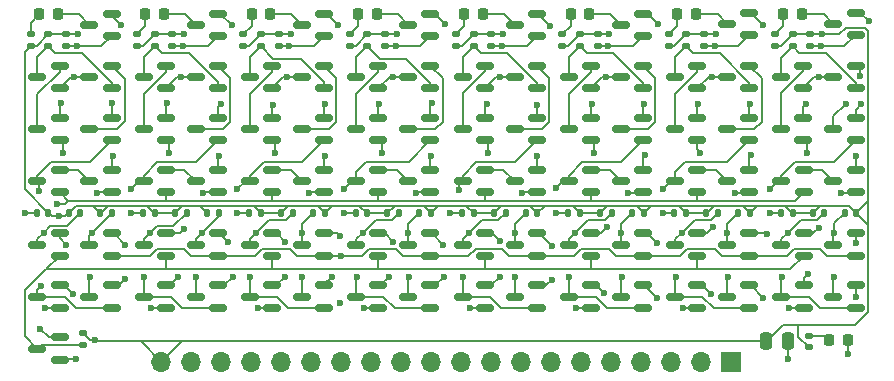
<source format=gbr>
%TF.GenerationSoftware,KiCad,Pcbnew,8.0.8*%
%TF.CreationDate,2025-09-05T20:33:19+02:00*%
%TF.ProjectId,REG8bit-SMD,52454738-6269-4742-9d53-4d442e6b6963,rev?*%
%TF.SameCoordinates,Original*%
%TF.FileFunction,Copper,L1,Top*%
%TF.FilePolarity,Positive*%
%FSLAX46Y46*%
G04 Gerber Fmt 4.6, Leading zero omitted, Abs format (unit mm)*
G04 Created by KiCad (PCBNEW 8.0.8) date 2025-09-05 20:33:19*
%MOMM*%
%LPD*%
G01*
G04 APERTURE LIST*
G04 Aperture macros list*
%AMRoundRect*
0 Rectangle with rounded corners*
0 $1 Rounding radius*
0 $2 $3 $4 $5 $6 $7 $8 $9 X,Y pos of 4 corners*
0 Add a 4 corners polygon primitive as box body*
4,1,4,$2,$3,$4,$5,$6,$7,$8,$9,$2,$3,0*
0 Add four circle primitives for the rounded corners*
1,1,$1+$1,$2,$3*
1,1,$1+$1,$4,$5*
1,1,$1+$1,$6,$7*
1,1,$1+$1,$8,$9*
0 Add four rect primitives between the rounded corners*
20,1,$1+$1,$2,$3,$4,$5,0*
20,1,$1+$1,$4,$5,$6,$7,0*
20,1,$1+$1,$6,$7,$8,$9,0*
20,1,$1+$1,$8,$9,$2,$3,0*%
G04 Aperture macros list end*
%TA.AperFunction,SMDPad,CuDef*%
%ADD10RoundRect,0.150000X0.587500X0.150000X-0.587500X0.150000X-0.587500X-0.150000X0.587500X-0.150000X0*%
%TD*%
%TA.AperFunction,SMDPad,CuDef*%
%ADD11RoundRect,0.140000X0.170000X-0.140000X0.170000X0.140000X-0.170000X0.140000X-0.170000X-0.140000X0*%
%TD*%
%TA.AperFunction,SMDPad,CuDef*%
%ADD12RoundRect,0.140000X-0.140000X-0.170000X0.140000X-0.170000X0.140000X0.170000X-0.140000X0.170000X0*%
%TD*%
%TA.AperFunction,SMDPad,CuDef*%
%ADD13RoundRect,0.140000X0.140000X0.170000X-0.140000X0.170000X-0.140000X-0.170000X0.140000X-0.170000X0*%
%TD*%
%TA.AperFunction,SMDPad,CuDef*%
%ADD14RoundRect,0.220000X0.220000X0.255000X-0.220000X0.255000X-0.220000X-0.255000X0.220000X-0.255000X0*%
%TD*%
%TA.AperFunction,SMDPad,CuDef*%
%ADD15RoundRect,0.140000X-0.170000X0.140000X-0.170000X-0.140000X0.170000X-0.140000X0.170000X0.140000X0*%
%TD*%
%TA.AperFunction,ComponentPad*%
%ADD16R,1.700000X1.700000*%
%TD*%
%TA.AperFunction,ComponentPad*%
%ADD17O,1.700000X1.700000*%
%TD*%
%TA.AperFunction,SMDPad,CuDef*%
%ADD18RoundRect,0.250000X-0.250000X-0.475000X0.250000X-0.475000X0.250000X0.475000X-0.250000X0.475000X0*%
%TD*%
%TA.AperFunction,ViaPad*%
%ADD19C,0.600000*%
%TD*%
%TA.AperFunction,Conductor*%
%ADD20C,0.200000*%
%TD*%
G04 APERTURE END LIST*
D10*
%TO.P,Q18,1,G*%
%TO.N,Net-(Q16-D)*%
X66237500Y-138450000D03*
%TO.P,Q18,2,S*%
%TO.N,Net-(Q18-S)*%
X66237500Y-136550000D03*
%TO.P,Q18,3,D*%
%TO.N,Net-(J1-Pin_7)*%
X64362500Y-137500000D03*
%TD*%
%TO.P,Q21,1,G*%
%TO.N,Net-(J1-Pin_15)*%
X66237500Y-147250000D03*
%TO.P,Q21,2,S*%
%TO.N,Earth*%
X66237500Y-145350000D03*
%TO.P,Q21,3,D*%
%TO.N,Net-(Q20-S)*%
X64362500Y-146300000D03*
%TD*%
D11*
%TO.P,R43,1*%
%TO.N,VCC*%
X59400000Y-134900000D03*
%TO.P,R43,2*%
%TO.N,Net-(D2-Pad2)*%
X59400000Y-133900000D03*
%TD*%
D10*
%TO.P,Q16,1,G*%
%TO.N,Net-(J1-Pin_7)*%
X61837500Y-138450000D03*
%TO.P,Q16,2,S*%
%TO.N,Net-(Q16-S)*%
X61837500Y-136550000D03*
%TO.P,Q16,3,D*%
%TO.N,Net-(Q16-D)*%
X59962500Y-137500000D03*
%TD*%
D12*
%TO.P,R22,1*%
%TO.N,VCC*%
X89600000Y-149000000D03*
%TO.P,R22,2*%
%TO.N,Net-(Q42-D)*%
X90600000Y-149000000D03*
%TD*%
D10*
%TO.P,Q27,1,G*%
%TO.N,Net-(Q24-D)*%
X70837500Y-142850000D03*
%TO.P,Q27,2,S*%
%TO.N,Earth*%
X70837500Y-140950000D03*
%TO.P,Q27,3,D*%
%TO.N,Net-(Q26-S)*%
X68962500Y-141900000D03*
%TD*%
%TO.P,Q13,1,G*%
%TO.N,Net-(Q1-D)*%
X61837500Y-152650000D03*
%TO.P,Q13,2,S*%
%TO.N,Earth*%
X61837500Y-150750000D03*
%TO.P,Q13,3,D*%
%TO.N,Net-(Q12-D)*%
X59962500Y-151700000D03*
%TD*%
%TO.P,Q6,1,G*%
%TO.N,Net-(Q4-D)*%
X52837500Y-142850000D03*
%TO.P,Q6,2,S*%
%TO.N,Earth*%
X52837500Y-140950000D03*
%TO.P,Q6,3,D*%
%TO.N,Net-(Q6-D)*%
X50962500Y-141900000D03*
%TD*%
D13*
%TO.P,R36,1*%
%TO.N,VCC*%
X105900000Y-149000000D03*
%TO.P,R36,2*%
%TO.N,Net-(Q69-G)*%
X104900000Y-149000000D03*
%TD*%
D10*
%TO.P,Q5,1,G*%
%TO.N,/RST*%
X57237500Y-152650000D03*
%TO.P,Q5,2,S*%
%TO.N,Earth*%
X57237500Y-150750000D03*
%TO.P,Q5,3,D*%
%TO.N,Net-(Q4-D)*%
X55362500Y-151700000D03*
%TD*%
D13*
%TO.P,R38,1*%
%TO.N,VCC*%
X120300000Y-149000000D03*
%TO.P,R38,2*%
%TO.N,Net-(Q74-D)*%
X119300000Y-149000000D03*
%TD*%
D10*
%TO.P,Q68,1,G*%
%TO.N,Net-(Q66-D)*%
X111237500Y-138450000D03*
%TO.P,Q68,2,S*%
%TO.N,Net-(Q68-S)*%
X111237500Y-136550000D03*
%TO.P,Q68,3,D*%
%TO.N,Net-(J1-Pin_2)*%
X109362500Y-137500000D03*
%TD*%
D13*
%TO.P,R13,1*%
%TO.N,VCC*%
X75300000Y-149000000D03*
%TO.P,R13,2*%
%TO.N,Net-(Q24-D)*%
X74300000Y-149000000D03*
%TD*%
D14*
%TO.P,D9,1*%
%TO.N,Earth*%
X119590000Y-159800000D03*
%TO.P,D9,2*%
%TO.N,Net-(D9-Pad2)*%
X118010000Y-159800000D03*
%TD*%
D10*
%TO.P,Q65,1,G*%
%TO.N,/RST*%
X111237500Y-152650000D03*
%TO.P,Q65,2,S*%
%TO.N,Earth*%
X111237500Y-150750000D03*
%TO.P,Q65,3,D*%
%TO.N,Net-(Q64-D)*%
X109362500Y-151700000D03*
%TD*%
%TO.P,Q60,1,G*%
%TO.N,/EN*%
X97837500Y-147250000D03*
%TO.P,Q60,2,S*%
%TO.N,Net-(Q60-S)*%
X97837500Y-145350000D03*
%TO.P,Q60,3,D*%
%TO.N,Net-(Q59-G)*%
X95962500Y-146300000D03*
%TD*%
%TO.P,Q45,1,G*%
%TO.N,/RST*%
X93237500Y-152650000D03*
%TO.P,Q45,2,S*%
%TO.N,Earth*%
X93237500Y-150750000D03*
%TO.P,Q45,3,D*%
%TO.N,Net-(Q44-D)*%
X91362500Y-151700000D03*
%TD*%
%TO.P,Q17,1,G*%
%TO.N,Net-(Q14-D)*%
X61837500Y-142850000D03*
%TO.P,Q17,2,S*%
%TO.N,Earth*%
X61837500Y-140950000D03*
%TO.P,Q17,3,D*%
%TO.N,Net-(Q16-S)*%
X59962500Y-141900000D03*
%TD*%
D14*
%TO.P,D2,1*%
%TO.N,Net-(Q83-D)*%
X61690000Y-132200000D03*
%TO.P,D2,2*%
%TO.N,Net-(D2-Pad2)*%
X60110000Y-132200000D03*
%TD*%
D10*
%TO.P,Q72,1,G*%
%TO.N,Net-(J1-Pin_9)*%
X115837500Y-157050000D03*
%TO.P,Q72,2,S*%
%TO.N,Earth*%
X115837500Y-155150000D03*
%TO.P,Q72,3,D*%
%TO.N,Net-(Q72-D)*%
X113962500Y-156100000D03*
%TD*%
D11*
%TO.P,R46,1*%
%TO.N,VCC*%
X86400000Y-134900000D03*
%TO.P,R46,2*%
%TO.N,Net-(D5-Pad2)*%
X86400000Y-133900000D03*
%TD*%
D10*
%TO.P,Q55,1,G*%
%TO.N,/RST*%
X102237500Y-152650000D03*
%TO.P,Q55,2,S*%
%TO.N,Earth*%
X102237500Y-150750000D03*
%TO.P,Q55,3,D*%
%TO.N,Net-(Q54-D)*%
X100362500Y-151700000D03*
%TD*%
%TO.P,Q9,1,G*%
%TO.N,Net-(Q10-D)*%
X57237500Y-142850000D03*
%TO.P,Q9,2,S*%
%TO.N,Earth*%
X57237500Y-140950000D03*
%TO.P,Q9,3,D*%
%TO.N,Net-(Q8-S)*%
X55362500Y-141900000D03*
%TD*%
%TO.P,Q1,1,G*%
%TO.N,/EN*%
X52837500Y-161450000D03*
%TO.P,Q1,2,S*%
%TO.N,Earth*%
X52837500Y-159550000D03*
%TO.P,Q1,3,D*%
%TO.N,Net-(Q1-D)*%
X50962500Y-160500000D03*
%TD*%
%TO.P,Q78,1,G*%
%TO.N,Net-(Q76-D)*%
X120237500Y-138450000D03*
%TO.P,Q78,2,S*%
%TO.N,Net-(Q78-S)*%
X120237500Y-136550000D03*
%TO.P,Q78,3,D*%
%TO.N,Net-(J1-Pin_1)*%
X118362500Y-137500000D03*
%TD*%
D11*
%TO.P,R48,2*%
%TO.N,Net-(D7-Pad2)*%
X104400000Y-133900000D03*
%TO.P,R48,1*%
%TO.N,VCC*%
X104400000Y-134900000D03*
%TD*%
D10*
%TO.P,Q14,1,G*%
%TO.N,Net-(Q12-D)*%
X66237500Y-157050000D03*
%TO.P,Q14,2,S*%
%TO.N,Earth*%
X66237500Y-155150000D03*
%TO.P,Q14,3,D*%
%TO.N,Net-(Q14-D)*%
X64362500Y-156100000D03*
%TD*%
%TO.P,Q52,1,G*%
%TO.N,Net-(J1-Pin_11)*%
X97837500Y-157050000D03*
%TO.P,Q52,2,S*%
%TO.N,Earth*%
X97837500Y-155150000D03*
%TO.P,Q52,3,D*%
%TO.N,Net-(Q52-D)*%
X95962500Y-156100000D03*
%TD*%
%TO.P,Q69,1,G*%
%TO.N,Net-(Q69-G)*%
X111237500Y-142850000D03*
%TO.P,Q69,2,S*%
%TO.N,Earth*%
X111237500Y-140950000D03*
%TO.P,Q69,3,D*%
%TO.N,Net-(Q68-S)*%
X109362500Y-141900000D03*
%TD*%
D13*
%TO.P,R28,1*%
%TO.N,VCC*%
X102300000Y-149000000D03*
%TO.P,R28,2*%
%TO.N,Net-(Q54-D)*%
X101300000Y-149000000D03*
%TD*%
D10*
%TO.P,Q31,1,G*%
%TO.N,Net-(J1-Pin_14)*%
X75237500Y-147250000D03*
%TO.P,Q31,2,S*%
%TO.N,Earth*%
X75237500Y-145350000D03*
%TO.P,Q31,3,D*%
%TO.N,Net-(Q30-S)*%
X73362500Y-146300000D03*
%TD*%
%TO.P,Q75,1,G*%
%TO.N,/RST*%
X120237500Y-152650000D03*
%TO.P,Q75,2,S*%
%TO.N,Earth*%
X120237500Y-150750000D03*
%TO.P,Q75,3,D*%
%TO.N,Net-(Q74-D)*%
X118362500Y-151700000D03*
%TD*%
%TO.P,Q83,1,G*%
%TO.N,Net-(J1-Pin_7)*%
X66237500Y-134050000D03*
%TO.P,Q83,2,S*%
%TO.N,Earth*%
X66237500Y-132150000D03*
%TO.P,Q83,3,D*%
%TO.N,Net-(Q83-D)*%
X64362500Y-133100000D03*
%TD*%
%TO.P,Q34,1,G*%
%TO.N,Net-(Q32-D)*%
X84237500Y-157050000D03*
%TO.P,Q34,2,S*%
%TO.N,Earth*%
X84237500Y-155150000D03*
%TO.P,Q34,3,D*%
%TO.N,Net-(Q34-D)*%
X82362500Y-156100000D03*
%TD*%
D12*
%TO.P,R12,1*%
%TO.N,VCC*%
X71600000Y-149000000D03*
%TO.P,R12,2*%
%TO.N,Net-(Q22-D)*%
X72600000Y-149000000D03*
%TD*%
D15*
%TO.P,R15,1*%
%TO.N,VCC*%
X71400000Y-133900000D03*
%TO.P,R15,2*%
%TO.N,Net-(J1-Pin_6)*%
X71400000Y-134900000D03*
%TD*%
D10*
%TO.P,Q46,1,G*%
%TO.N,Net-(J1-Pin_4)*%
X88837500Y-138450000D03*
%TO.P,Q46,2,S*%
%TO.N,Net-(Q46-S)*%
X88837500Y-136550000D03*
%TO.P,Q46,3,D*%
%TO.N,Net-(Q46-D)*%
X86962500Y-137500000D03*
%TD*%
%TO.P,Q3,1,G*%
%TO.N,Net-(Q1-D)*%
X52837500Y-152650000D03*
%TO.P,Q3,2,S*%
%TO.N,Earth*%
X52837500Y-150750000D03*
%TO.P,Q3,3,D*%
%TO.N,Net-(Q2-D)*%
X50962500Y-151700000D03*
%TD*%
%TO.P,Q76,1,G*%
%TO.N,Net-(J1-Pin_1)*%
X115800000Y-138450000D03*
%TO.P,Q76,2,S*%
%TO.N,Net-(Q76-S)*%
X115800000Y-136550000D03*
%TO.P,Q76,3,D*%
%TO.N,Net-(Q76-D)*%
X113925000Y-137500000D03*
%TD*%
D13*
%TO.P,R21,1*%
%TO.N,VCC*%
X78900000Y-149000000D03*
%TO.P,R21,2*%
%TO.N,Net-(Q39-G)*%
X77900000Y-149000000D03*
%TD*%
D10*
%TO.P,Q71,1,G*%
%TO.N,Net-(J1-Pin_10)*%
X111237500Y-147250000D03*
%TO.P,Q71,2,S*%
%TO.N,Earth*%
X111237500Y-145350000D03*
%TO.P,Q71,3,D*%
%TO.N,Net-(Q70-S)*%
X109362500Y-146300000D03*
%TD*%
D13*
%TO.P,R41,2*%
%TO.N,Net-(Q79-G)*%
X113900000Y-149000000D03*
%TO.P,R41,1*%
%TO.N,VCC*%
X114900000Y-149000000D03*
%TD*%
%TO.P,R16,1*%
%TO.N,VCC*%
X69900000Y-149000000D03*
%TO.P,R16,2*%
%TO.N,Net-(Q29-G)*%
X68900000Y-149000000D03*
%TD*%
D14*
%TO.P,D3,1*%
%TO.N,Net-(Q84-D)*%
X70690000Y-132200000D03*
%TO.P,D3,2*%
%TO.N,Net-(D3-Pad2)*%
X69110000Y-132200000D03*
%TD*%
D10*
%TO.P,Q39,1,G*%
%TO.N,Net-(Q39-G)*%
X84237500Y-142850000D03*
%TO.P,Q39,2,S*%
%TO.N,Earth*%
X84237500Y-140950000D03*
%TO.P,Q39,3,D*%
%TO.N,Net-(Q38-S)*%
X82362500Y-141900000D03*
%TD*%
%TO.P,Q15,1,G*%
%TO.N,/RST*%
X66237500Y-152650000D03*
%TO.P,Q15,2,S*%
%TO.N,Earth*%
X66237500Y-150750000D03*
%TO.P,Q15,3,D*%
%TO.N,Net-(Q14-D)*%
X64362500Y-151700000D03*
%TD*%
%TO.P,Q32,1,G*%
%TO.N,Net-(J1-Pin_13)*%
X79837500Y-157050000D03*
%TO.P,Q32,2,S*%
%TO.N,Earth*%
X79837500Y-155150000D03*
%TO.P,Q32,3,D*%
%TO.N,Net-(Q32-D)*%
X77962500Y-156100000D03*
%TD*%
%TO.P,Q67,1,G*%
%TO.N,Net-(Q64-D)*%
X106837500Y-142850000D03*
%TO.P,Q67,2,S*%
%TO.N,Earth*%
X106837500Y-140950000D03*
%TO.P,Q67,3,D*%
%TO.N,Net-(Q66-S)*%
X104962500Y-141900000D03*
%TD*%
D14*
%TO.P,D7,2*%
%TO.N,Net-(D7-Pad2)*%
X105110000Y-132200000D03*
%TO.P,D7,1*%
%TO.N,Net-(Q88-D)*%
X106690000Y-132200000D03*
%TD*%
D10*
%TO.P,Q43,1,G*%
%TO.N,Net-(Q1-D)*%
X88837500Y-152650000D03*
%TO.P,Q43,2,S*%
%TO.N,Earth*%
X88837500Y-150750000D03*
%TO.P,Q43,3,D*%
%TO.N,Net-(Q42-D)*%
X86962500Y-151700000D03*
%TD*%
%TO.P,Q58,1,G*%
%TO.N,Net-(Q56-D)*%
X102237500Y-138450000D03*
%TO.P,Q58,2,S*%
%TO.N,Net-(Q58-S)*%
X102237500Y-136550000D03*
%TO.P,Q58,3,D*%
%TO.N,Net-(J1-Pin_3)*%
X100362500Y-137500000D03*
%TD*%
%TO.P,Q40,1,G*%
%TO.N,/EN*%
X79837500Y-147250000D03*
%TO.P,Q40,2,S*%
%TO.N,Net-(Q40-S)*%
X79837500Y-145350000D03*
%TO.P,Q40,3,D*%
%TO.N,Net-(Q39-G)*%
X77962500Y-146300000D03*
%TD*%
%TO.P,Q24,1,G*%
%TO.N,Net-(Q22-D)*%
X75237500Y-157050000D03*
%TO.P,Q24,2,S*%
%TO.N,Earth*%
X75237500Y-155150000D03*
%TO.P,Q24,3,D*%
%TO.N,Net-(Q24-D)*%
X73362500Y-156100000D03*
%TD*%
D15*
%TO.P,R5,1*%
%TO.N,VCC*%
X53400000Y-133900000D03*
%TO.P,R5,2*%
%TO.N,Net-(J1-Pin_8)*%
X53400000Y-134900000D03*
%TD*%
D10*
%TO.P,Q22,1,G*%
%TO.N,Net-(J1-Pin_14)*%
X70837500Y-157050000D03*
%TO.P,Q22,2,S*%
%TO.N,Earth*%
X70837500Y-155150000D03*
%TO.P,Q22,3,D*%
%TO.N,Net-(Q22-D)*%
X68962500Y-156100000D03*
%TD*%
%TO.P,Q63,1,G*%
%TO.N,Net-(Q1-D)*%
X106837500Y-152650000D03*
%TO.P,Q63,2,S*%
%TO.N,Earth*%
X106837500Y-150750000D03*
%TO.P,Q63,3,D*%
%TO.N,Net-(Q62-D)*%
X104962500Y-151700000D03*
%TD*%
D15*
%TO.P,R39,1*%
%TO.N,VCC*%
X114900000Y-133900000D03*
%TO.P,R39,2*%
%TO.N,Net-(Q76-D)*%
X114900000Y-134900000D03*
%TD*%
D10*
%TO.P,Q79,1,G*%
%TO.N,Net-(Q79-G)*%
X120237500Y-142850000D03*
%TO.P,Q79,2,S*%
%TO.N,Earth*%
X120237500Y-140950000D03*
%TO.P,Q79,3,D*%
%TO.N,Net-(Q78-S)*%
X118362500Y-141900000D03*
%TD*%
%TO.P,Q85,1,G*%
%TO.N,Net-(J1-Pin_5)*%
X84237500Y-134050000D03*
%TO.P,Q85,2,S*%
%TO.N,Earth*%
X84237500Y-132150000D03*
%TO.P,Q85,3,D*%
%TO.N,Net-(Q85-D)*%
X82362500Y-133100000D03*
%TD*%
%TO.P,Q33,1,G*%
%TO.N,Net-(Q1-D)*%
X79837500Y-152650000D03*
%TO.P,Q33,2,S*%
%TO.N,Earth*%
X79837500Y-150750000D03*
%TO.P,Q33,3,D*%
%TO.N,Net-(Q32-D)*%
X77962500Y-151700000D03*
%TD*%
D13*
%TO.P,R6,1*%
%TO.N,VCC*%
X51900000Y-149000000D03*
%TO.P,R6,2*%
%TO.N,Net-(Q10-D)*%
X50900000Y-149000000D03*
%TD*%
D15*
%TO.P,R20,1*%
%TO.N,VCC*%
X80400000Y-133900000D03*
%TO.P,R20,2*%
%TO.N,Net-(J1-Pin_5)*%
X80400000Y-134900000D03*
%TD*%
D10*
%TO.P,Q51,3,D*%
%TO.N,Net-(Q50-S)*%
X91362500Y-146300000D03*
%TO.P,Q51,2,S*%
%TO.N,Earth*%
X93237500Y-145350000D03*
%TO.P,Q51,1,G*%
%TO.N,Net-(J1-Pin_12)*%
X93237500Y-147250000D03*
%TD*%
%TO.P,Q73,1,G*%
%TO.N,Net-(Q1-D)*%
X115837500Y-152650000D03*
%TO.P,Q73,2,S*%
%TO.N,Earth*%
X115837500Y-150750000D03*
%TO.P,Q73,3,D*%
%TO.N,Net-(Q72-D)*%
X113962500Y-151700000D03*
%TD*%
D12*
%TO.P,R32,2*%
%TO.N,Net-(Q62-D)*%
X108600000Y-149000000D03*
%TO.P,R32,1*%
%TO.N,VCC*%
X107600000Y-149000000D03*
%TD*%
D10*
%TO.P,Q36,1,G*%
%TO.N,Net-(J1-Pin_5)*%
X79837500Y-138450000D03*
%TO.P,Q36,2,S*%
%TO.N,Net-(Q36-S)*%
X79837500Y-136550000D03*
%TO.P,Q36,3,D*%
%TO.N,Net-(Q36-D)*%
X77962500Y-137500000D03*
%TD*%
D12*
%TO.P,R8,1*%
%TO.N,VCC*%
X65300000Y-149000000D03*
%TO.P,R8,2*%
%TO.N,Net-(Q14-D)*%
X66300000Y-149000000D03*
%TD*%
D10*
%TO.P,Q84,1,G*%
%TO.N,Net-(J1-Pin_6)*%
X75237500Y-134050000D03*
%TO.P,Q84,2,S*%
%TO.N,Earth*%
X75237500Y-132150000D03*
%TO.P,Q84,3,D*%
%TO.N,Net-(Q84-D)*%
X73362500Y-133100000D03*
%TD*%
D11*
%TO.P,R50,1*%
%TO.N,VCC*%
X116300000Y-160400000D03*
%TO.P,R50,2*%
%TO.N,Net-(D9-Pad2)*%
X116300000Y-159400000D03*
%TD*%
D13*
%TO.P,R26,2*%
%TO.N,Net-(Q49-G)*%
X86900000Y-149000000D03*
%TO.P,R26,1*%
%TO.N,VCC*%
X87900000Y-149000000D03*
%TD*%
D10*
%TO.P,Q50,3,D*%
%TO.N,Net-(Q49-G)*%
X86962500Y-146300000D03*
%TO.P,Q50,2,S*%
%TO.N,Net-(Q50-S)*%
X88837500Y-145350000D03*
%TO.P,Q50,1,G*%
%TO.N,/EN*%
X88837500Y-147250000D03*
%TD*%
D13*
%TO.P,R11,1*%
%TO.N,VCC*%
X60900000Y-149000000D03*
%TO.P,R11,2*%
%TO.N,Net-(Q19-G)*%
X59900000Y-149000000D03*
%TD*%
D10*
%TO.P,Q89,1,G*%
%TO.N,Net-(J1-Pin_1)*%
X120237500Y-133950000D03*
%TO.P,Q89,2,S*%
%TO.N,Earth*%
X120237500Y-132050000D03*
%TO.P,Q89,3,D*%
%TO.N,Net-(Q89-D)*%
X118362500Y-133000000D03*
%TD*%
%TO.P,Q54,1,G*%
%TO.N,Net-(Q52-D)*%
X102237500Y-157050000D03*
%TO.P,Q54,2,S*%
%TO.N,Earth*%
X102237500Y-155150000D03*
%TO.P,Q54,3,D*%
%TO.N,Net-(Q54-D)*%
X100362500Y-156100000D03*
%TD*%
%TO.P,Q20,1,G*%
%TO.N,/EN*%
X61837500Y-147250000D03*
%TO.P,Q20,2,S*%
%TO.N,Net-(Q20-S)*%
X61837500Y-145350000D03*
%TO.P,Q20,3,D*%
%TO.N,Net-(Q19-G)*%
X59962500Y-146300000D03*
%TD*%
D12*
%TO.P,R2,1*%
%TO.N,VCC*%
X53600000Y-149000000D03*
%TO.P,R2,2*%
%TO.N,Net-(Q2-D)*%
X54600000Y-149000000D03*
%TD*%
D10*
%TO.P,Q87,1,G*%
%TO.N,Net-(J1-Pin_3)*%
X102237500Y-134050000D03*
%TO.P,Q87,2,S*%
%TO.N,Earth*%
X102237500Y-132150000D03*
%TO.P,Q87,3,D*%
%TO.N,Net-(Q87-D)*%
X100362500Y-133100000D03*
%TD*%
%TO.P,Q80,1,G*%
%TO.N,/EN*%
X115837500Y-147250000D03*
%TO.P,Q80,2,S*%
%TO.N,Net-(Q80-S)*%
X115837500Y-145350000D03*
%TO.P,Q80,3,D*%
%TO.N,Net-(Q79-G)*%
X113962500Y-146300000D03*
%TD*%
D16*
%TO.P,J1,1,Pin_1*%
%TO.N,Net-(J1-Pin_1)*%
X109725000Y-161625000D03*
D17*
%TO.P,J1,2,Pin_2*%
%TO.N,Net-(J1-Pin_2)*%
X107185000Y-161625000D03*
%TO.P,J1,3,Pin_3*%
%TO.N,Net-(J1-Pin_3)*%
X104645000Y-161625000D03*
%TO.P,J1,4,Pin_4*%
%TO.N,Net-(J1-Pin_4)*%
X102105000Y-161625000D03*
%TO.P,J1,5,Pin_5*%
%TO.N,Net-(J1-Pin_5)*%
X99565000Y-161625000D03*
%TO.P,J1,6,Pin_6*%
%TO.N,Net-(J1-Pin_6)*%
X97025000Y-161625000D03*
%TO.P,J1,7,Pin_7*%
%TO.N,Net-(J1-Pin_7)*%
X94485000Y-161625000D03*
%TO.P,J1,8,Pin_8*%
%TO.N,Net-(J1-Pin_8)*%
X91945000Y-161625000D03*
%TO.P,J1,9,Pin_9*%
%TO.N,Net-(J1-Pin_9)*%
X89405000Y-161625000D03*
%TO.P,J1,10,Pin_10*%
%TO.N,Net-(J1-Pin_10)*%
X86865000Y-161625000D03*
%TO.P,J1,11,Pin_11*%
%TO.N,Net-(J1-Pin_11)*%
X84325000Y-161625000D03*
%TO.P,J1,12,Pin_12*%
%TO.N,Net-(J1-Pin_12)*%
X81785000Y-161625000D03*
%TO.P,J1,13,Pin_13*%
%TO.N,Net-(J1-Pin_13)*%
X79245000Y-161625000D03*
%TO.P,J1,14,Pin_14*%
%TO.N,Net-(J1-Pin_14)*%
X76705000Y-161625000D03*
%TO.P,J1,15,Pin_15*%
%TO.N,Net-(J1-Pin_15)*%
X74165000Y-161625000D03*
%TO.P,J1,16,Pin_16*%
%TO.N,Net-(J1-Pin_16)*%
X71625000Y-161625000D03*
%TO.P,J1,17,Pin_17*%
%TO.N,/EN*%
X69085000Y-161625000D03*
%TO.P,J1,18,Pin_18*%
%TO.N,/RST*%
X66545000Y-161625000D03*
%TO.P,J1,19,Pin_19*%
%TO.N,Earth*%
X64005000Y-161625000D03*
%TO.P,J1,20,Pin_20*%
%TO.N,VCC*%
X61465000Y-161625000D03*
%TD*%
D10*
%TO.P,Q7,1,G*%
%TO.N,Net-(J1-Pin_8)*%
X52837500Y-138450000D03*
%TO.P,Q7,2,S*%
%TO.N,Net-(Q6-D)*%
X52837500Y-136550000D03*
%TO.P,Q7,3,D*%
%TO.N,Net-(Q7-D)*%
X50962500Y-137500000D03*
%TD*%
D13*
%TO.P,R23,1*%
%TO.N,VCC*%
X93300000Y-149000000D03*
%TO.P,R23,2*%
%TO.N,Net-(Q44-D)*%
X92300000Y-149000000D03*
%TD*%
D10*
%TO.P,Q11,1,G*%
%TO.N,Net-(J1-Pin_16)*%
X57237500Y-147250000D03*
%TO.P,Q11,2,S*%
%TO.N,Earth*%
X57237500Y-145350000D03*
%TO.P,Q11,3,D*%
%TO.N,Net-(Q10-S)*%
X55362500Y-146300000D03*
%TD*%
D14*
%TO.P,D4,1*%
%TO.N,Net-(Q85-D)*%
X79690000Y-132200000D03*
%TO.P,D4,2*%
%TO.N,Net-(D4-Pad2)*%
X78110000Y-132200000D03*
%TD*%
D15*
%TO.P,R34,1*%
%TO.N,VCC*%
X105900000Y-133900000D03*
%TO.P,R34,2*%
%TO.N,Net-(Q66-D)*%
X105900000Y-134900000D03*
%TD*%
D10*
%TO.P,Q74,1,G*%
%TO.N,Net-(Q72-D)*%
X120237500Y-157050000D03*
%TO.P,Q74,2,S*%
%TO.N,Earth*%
X120237500Y-155150000D03*
%TO.P,Q74,3,D*%
%TO.N,Net-(Q74-D)*%
X118362500Y-156100000D03*
%TD*%
%TO.P,Q70,1,G*%
%TO.N,/EN*%
X106837500Y-147250000D03*
%TO.P,Q70,2,S*%
%TO.N,Net-(Q70-S)*%
X106837500Y-145350000D03*
%TO.P,Q70,3,D*%
%TO.N,Net-(Q69-G)*%
X104962500Y-146300000D03*
%TD*%
%TO.P,Q10,1,G*%
%TO.N,/EN*%
X52837500Y-147250000D03*
%TO.P,Q10,2,S*%
%TO.N,Net-(Q10-S)*%
X52837500Y-145350000D03*
%TO.P,Q10,3,D*%
%TO.N,Net-(Q10-D)*%
X50962500Y-146300000D03*
%TD*%
D14*
%TO.P,D5,1*%
%TO.N,Net-(Q86-D)*%
X88690000Y-132200000D03*
%TO.P,D5,2*%
%TO.N,Net-(D5-Pad2)*%
X87110000Y-132200000D03*
%TD*%
D11*
%TO.P,R45,1*%
%TO.N,VCC*%
X77400000Y-134900000D03*
%TO.P,R45,2*%
%TO.N,Net-(D4-Pad2)*%
X77400000Y-133900000D03*
%TD*%
D12*
%TO.P,R37,2*%
%TO.N,Net-(Q72-D)*%
X117600000Y-149000000D03*
%TO.P,R37,1*%
%TO.N,VCC*%
X116600000Y-149000000D03*
%TD*%
D10*
%TO.P,Q44,1,G*%
%TO.N,Net-(Q42-D)*%
X93237500Y-157050000D03*
%TO.P,Q44,2,S*%
%TO.N,Earth*%
X93237500Y-155150000D03*
%TO.P,Q44,3,D*%
%TO.N,Net-(Q44-D)*%
X91362500Y-156100000D03*
%TD*%
%TO.P,Q28,1,G*%
%TO.N,Net-(Q26-D)*%
X75237500Y-138450000D03*
%TO.P,Q28,2,S*%
%TO.N,Net-(Q28-S)*%
X75237500Y-136550000D03*
%TO.P,Q28,3,D*%
%TO.N,Net-(J1-Pin_6)*%
X73362500Y-137500000D03*
%TD*%
%TO.P,Q86,1,G*%
%TO.N,Net-(J1-Pin_4)*%
X93237500Y-134050000D03*
%TO.P,Q86,2,S*%
%TO.N,Earth*%
X93237500Y-132150000D03*
%TO.P,Q86,3,D*%
%TO.N,Net-(Q86-D)*%
X91362500Y-133100000D03*
%TD*%
%TO.P,Q35,1,G*%
%TO.N,/RST*%
X84237500Y-152650000D03*
%TO.P,Q35,2,S*%
%TO.N,Earth*%
X84237500Y-150750000D03*
%TO.P,Q35,3,D*%
%TO.N,Net-(Q34-D)*%
X82362500Y-151700000D03*
%TD*%
D14*
%TO.P,D6,1*%
%TO.N,Net-(Q87-D)*%
X97690000Y-132200000D03*
%TO.P,D6,2*%
%TO.N,Net-(D6-Pad2)*%
X96110000Y-132200000D03*
%TD*%
D10*
%TO.P,Q12,1,G*%
%TO.N,Net-(J1-Pin_15)*%
X61837500Y-157050000D03*
%TO.P,Q12,2,S*%
%TO.N,Earth*%
X61837500Y-155150000D03*
%TO.P,Q12,3,D*%
%TO.N,Net-(Q12-D)*%
X59962500Y-156100000D03*
%TD*%
D11*
%TO.P,R42,1*%
%TO.N,VCC*%
X50400000Y-134900000D03*
%TO.P,R42,2*%
%TO.N,Net-(D1-Pad2)*%
X50400000Y-133900000D03*
%TD*%
D15*
%TO.P,R19,1*%
%TO.N,VCC*%
X78900000Y-133900000D03*
%TO.P,R19,2*%
%TO.N,Net-(Q36-D)*%
X78900000Y-134900000D03*
%TD*%
%TO.P,R24,1*%
%TO.N,VCC*%
X87900000Y-133900000D03*
%TO.P,R24,2*%
%TO.N,Net-(Q46-D)*%
X87900000Y-134900000D03*
%TD*%
D10*
%TO.P,Q82,1,G*%
%TO.N,Net-(J1-Pin_8)*%
X57237500Y-134050000D03*
%TO.P,Q82,2,S*%
%TO.N,Earth*%
X57237500Y-132150000D03*
%TO.P,Q82,3,D*%
%TO.N,Net-(Q82-D)*%
X55362500Y-133100000D03*
%TD*%
%TO.P,Q57,1,G*%
%TO.N,Net-(Q54-D)*%
X97837500Y-142850000D03*
%TO.P,Q57,2,S*%
%TO.N,Earth*%
X97837500Y-140950000D03*
%TO.P,Q57,3,D*%
%TO.N,Net-(Q56-S)*%
X95962500Y-141900000D03*
%TD*%
D14*
%TO.P,D1,1*%
%TO.N,Net-(Q82-D)*%
X52690000Y-132200000D03*
%TO.P,D1,2*%
%TO.N,Net-(D1-Pad2)*%
X51110000Y-132200000D03*
%TD*%
D15*
%TO.P,R29,1*%
%TO.N,VCC*%
X96900000Y-133900000D03*
%TO.P,R29,2*%
%TO.N,Net-(Q56-D)*%
X96900000Y-134900000D03*
%TD*%
D10*
%TO.P,Q26,1,G*%
%TO.N,Net-(J1-Pin_6)*%
X70837500Y-138450000D03*
%TO.P,Q26,2,S*%
%TO.N,Net-(Q26-S)*%
X70837500Y-136550000D03*
%TO.P,Q26,3,D*%
%TO.N,Net-(Q26-D)*%
X68962500Y-137500000D03*
%TD*%
%TO.P,Q49,1,G*%
%TO.N,Net-(Q49-G)*%
X93237500Y-142850000D03*
%TO.P,Q49,2,S*%
%TO.N,Earth*%
X93237500Y-140950000D03*
%TO.P,Q49,3,D*%
%TO.N,Net-(Q48-S)*%
X91362500Y-141900000D03*
%TD*%
D15*
%TO.P,R25,1*%
%TO.N,VCC*%
X89400000Y-133900000D03*
%TO.P,R25,2*%
%TO.N,Net-(J1-Pin_4)*%
X89400000Y-134900000D03*
%TD*%
D12*
%TO.P,R27,1*%
%TO.N,VCC*%
X98600000Y-149000000D03*
%TO.P,R27,2*%
%TO.N,Net-(Q52-D)*%
X99600000Y-149000000D03*
%TD*%
D10*
%TO.P,Q23,1,G*%
%TO.N,Net-(Q1-D)*%
X70837500Y-152650000D03*
%TO.P,Q23,2,S*%
%TO.N,Earth*%
X70837500Y-150750000D03*
%TO.P,Q23,3,D*%
%TO.N,Net-(Q22-D)*%
X68962500Y-151700000D03*
%TD*%
%TO.P,Q2,1,G*%
%TO.N,Net-(J1-Pin_16)*%
X52837500Y-157050000D03*
%TO.P,Q2,2,S*%
%TO.N,Earth*%
X52837500Y-155150000D03*
%TO.P,Q2,3,D*%
%TO.N,Net-(Q2-D)*%
X50962500Y-156100000D03*
%TD*%
%TO.P,Q66,1,G*%
%TO.N,Net-(J1-Pin_2)*%
X106837500Y-138450000D03*
%TO.P,Q66,2,S*%
%TO.N,Net-(Q66-S)*%
X106837500Y-136550000D03*
%TO.P,Q66,3,D*%
%TO.N,Net-(Q66-D)*%
X104962500Y-137500000D03*
%TD*%
D15*
%TO.P,R35,1*%
%TO.N,VCC*%
X107400000Y-133900000D03*
%TO.P,R35,2*%
%TO.N,Net-(J1-Pin_2)*%
X107400000Y-134900000D03*
%TD*%
D10*
%TO.P,Q53,1,G*%
%TO.N,Net-(Q1-D)*%
X97837500Y-152650000D03*
%TO.P,Q53,2,S*%
%TO.N,Earth*%
X97837500Y-150750000D03*
%TO.P,Q53,3,D*%
%TO.N,Net-(Q52-D)*%
X95962500Y-151700000D03*
%TD*%
D13*
%TO.P,R33,1*%
%TO.N,VCC*%
X111300000Y-149000000D03*
%TO.P,R33,2*%
%TO.N,Net-(Q64-D)*%
X110300000Y-149000000D03*
%TD*%
D15*
%TO.P,R40,1*%
%TO.N,VCC*%
X116400000Y-133900000D03*
%TO.P,R40,2*%
%TO.N,Net-(J1-Pin_1)*%
X116400000Y-134900000D03*
%TD*%
D10*
%TO.P,Q38,1,G*%
%TO.N,Net-(Q36-D)*%
X84237500Y-138450000D03*
%TO.P,Q38,2,S*%
%TO.N,Net-(Q38-S)*%
X84237500Y-136550000D03*
%TO.P,Q38,3,D*%
%TO.N,Net-(J1-Pin_5)*%
X82362500Y-137500000D03*
%TD*%
%TO.P,Q4,1,G*%
%TO.N,Net-(Q2-D)*%
X57237500Y-157050000D03*
%TO.P,Q4,2,S*%
%TO.N,Earth*%
X57237500Y-155150000D03*
%TO.P,Q4,3,D*%
%TO.N,Net-(Q4-D)*%
X55362500Y-156100000D03*
%TD*%
D11*
%TO.P,R44,1*%
%TO.N,VCC*%
X68400000Y-134900000D03*
%TO.P,R44,2*%
%TO.N,Net-(D3-Pad2)*%
X68400000Y-133900000D03*
%TD*%
D13*
%TO.P,R31,1*%
%TO.N,VCC*%
X96900000Y-149000000D03*
%TO.P,R31,2*%
%TO.N,Net-(Q59-G)*%
X95900000Y-149000000D03*
%TD*%
D18*
%TO.P,C1,1*%
%TO.N,VCC*%
X112650000Y-159900000D03*
%TO.P,C1,2*%
%TO.N,Earth*%
X114550000Y-159900000D03*
%TD*%
D10*
%TO.P,Q25,1,G*%
%TO.N,/RST*%
X75237500Y-152650000D03*
%TO.P,Q25,2,S*%
%TO.N,Earth*%
X75237500Y-150750000D03*
%TO.P,Q25,3,D*%
%TO.N,Net-(Q24-D)*%
X73362500Y-151700000D03*
%TD*%
%TO.P,Q37,1,G*%
%TO.N,Net-(Q34-D)*%
X79837500Y-142850000D03*
%TO.P,Q37,2,S*%
%TO.N,Earth*%
X79837500Y-140950000D03*
%TO.P,Q37,3,D*%
%TO.N,Net-(Q36-S)*%
X77962500Y-141900000D03*
%TD*%
%TO.P,Q62,1,G*%
%TO.N,Net-(J1-Pin_10)*%
X106837500Y-157050000D03*
%TO.P,Q62,2,S*%
%TO.N,Earth*%
X106837500Y-155150000D03*
%TO.P,Q62,3,D*%
%TO.N,Net-(Q62-D)*%
X104962500Y-156100000D03*
%TD*%
D15*
%TO.P,R30,1*%
%TO.N,VCC*%
X98400000Y-133900000D03*
%TO.P,R30,2*%
%TO.N,Net-(J1-Pin_3)*%
X98400000Y-134900000D03*
%TD*%
D10*
%TO.P,Q19,1,G*%
%TO.N,Net-(Q19-G)*%
X66237500Y-142850000D03*
%TO.P,Q19,2,S*%
%TO.N,Earth*%
X66237500Y-140950000D03*
%TO.P,Q19,3,D*%
%TO.N,Net-(Q18-S)*%
X64362500Y-141900000D03*
%TD*%
%TO.P,Q48,1,G*%
%TO.N,Net-(Q46-D)*%
X93237500Y-138450000D03*
%TO.P,Q48,2,S*%
%TO.N,Net-(Q48-S)*%
X93237500Y-136550000D03*
%TO.P,Q48,3,D*%
%TO.N,Net-(J1-Pin_4)*%
X91362500Y-137500000D03*
%TD*%
%TO.P,Q8,1,G*%
%TO.N,Net-(Q7-D)*%
X57237500Y-138450000D03*
%TO.P,Q8,2,S*%
%TO.N,Net-(Q8-S)*%
X57237500Y-136550000D03*
%TO.P,Q8,3,D*%
%TO.N,Net-(J1-Pin_8)*%
X55362500Y-137500000D03*
%TD*%
D11*
%TO.P,R49,1*%
%TO.N,VCC*%
X113400000Y-134900000D03*
%TO.P,R49,2*%
%TO.N,Net-(D8-Pad2)*%
X113400000Y-133900000D03*
%TD*%
D10*
%TO.P,Q61,1,G*%
%TO.N,Net-(J1-Pin_11)*%
X102237500Y-147250000D03*
%TO.P,Q61,2,S*%
%TO.N,Earth*%
X102237500Y-145350000D03*
%TO.P,Q61,3,D*%
%TO.N,Net-(Q60-S)*%
X100362500Y-146300000D03*
%TD*%
D11*
%TO.P,R47,1*%
%TO.N,VCC*%
X95400000Y-134900000D03*
%TO.P,R47,2*%
%TO.N,Net-(D6-Pad2)*%
X95400000Y-133900000D03*
%TD*%
D15*
%TO.P,R4,1*%
%TO.N,VCC*%
X51900000Y-133900000D03*
%TO.P,R4,2*%
%TO.N,Net-(Q7-D)*%
X51900000Y-134900000D03*
%TD*%
D10*
%TO.P,Q42,1,G*%
%TO.N,Net-(J1-Pin_12)*%
X88837500Y-157050000D03*
%TO.P,Q42,2,S*%
%TO.N,Earth*%
X88837500Y-155150000D03*
%TO.P,Q42,3,D*%
%TO.N,Net-(Q42-D)*%
X86962500Y-156100000D03*
%TD*%
D14*
%TO.P,D8,1*%
%TO.N,Net-(Q89-D)*%
X115690000Y-132200000D03*
%TO.P,D8,2*%
%TO.N,Net-(D8-Pad2)*%
X114110000Y-132200000D03*
%TD*%
D10*
%TO.P,Q29,1,G*%
%TO.N,Net-(Q29-G)*%
X75237500Y-142850000D03*
%TO.P,Q29,2,S*%
%TO.N,Earth*%
X75237500Y-140950000D03*
%TO.P,Q29,3,D*%
%TO.N,Net-(Q28-S)*%
X73362500Y-141900000D03*
%TD*%
D12*
%TO.P,R17,1*%
%TO.N,VCC*%
X80600000Y-149000000D03*
%TO.P,R17,2*%
%TO.N,Net-(Q32-D)*%
X81600000Y-149000000D03*
%TD*%
D10*
%TO.P,Q88,1,G*%
%TO.N,Net-(J1-Pin_2)*%
X111237500Y-133950000D03*
%TO.P,Q88,2,S*%
%TO.N,Earth*%
X111237500Y-132050000D03*
%TO.P,Q88,3,D*%
%TO.N,Net-(Q88-D)*%
X109362500Y-133000000D03*
%TD*%
D15*
%TO.P,R10,1*%
%TO.N,VCC*%
X62400000Y-133900000D03*
%TO.P,R10,2*%
%TO.N,Net-(J1-Pin_7)*%
X62400000Y-134900000D03*
%TD*%
D10*
%TO.P,Q64,1,G*%
%TO.N,Net-(Q62-D)*%
X111237500Y-157050000D03*
%TO.P,Q64,2,S*%
%TO.N,Earth*%
X111237500Y-155150000D03*
%TO.P,Q64,3,D*%
%TO.N,Net-(Q64-D)*%
X109362500Y-156100000D03*
%TD*%
%TO.P,Q59,1,G*%
%TO.N,Net-(Q59-G)*%
X102237500Y-142850000D03*
%TO.P,Q59,2,S*%
%TO.N,Earth*%
X102237500Y-140950000D03*
%TO.P,Q59,3,D*%
%TO.N,Net-(Q58-S)*%
X100362500Y-141900000D03*
%TD*%
D12*
%TO.P,R3,1*%
%TO.N,VCC*%
X56300000Y-149000000D03*
%TO.P,R3,2*%
%TO.N,Net-(Q4-D)*%
X57300000Y-149000000D03*
%TD*%
D10*
%TO.P,Q56,1,G*%
%TO.N,Net-(J1-Pin_3)*%
X97837500Y-138450000D03*
%TO.P,Q56,2,S*%
%TO.N,Net-(Q56-S)*%
X97837500Y-136550000D03*
%TO.P,Q56,3,D*%
%TO.N,Net-(Q56-D)*%
X95962500Y-137500000D03*
%TD*%
D12*
%TO.P,R7,1*%
%TO.N,VCC*%
X62600000Y-149000000D03*
%TO.P,R7,2*%
%TO.N,Net-(Q12-D)*%
X63600000Y-149000000D03*
%TD*%
D10*
%TO.P,Q41,1,G*%
%TO.N,Net-(J1-Pin_13)*%
X84237500Y-147250000D03*
%TO.P,Q41,2,S*%
%TO.N,Earth*%
X84237500Y-145350000D03*
%TO.P,Q41,3,D*%
%TO.N,Net-(Q40-S)*%
X82362500Y-146300000D03*
%TD*%
D15*
%TO.P,R14,1*%
%TO.N,VCC*%
X69900000Y-133900000D03*
%TO.P,R14,2*%
%TO.N,Net-(Q26-D)*%
X69900000Y-134900000D03*
%TD*%
%TO.P,R1,1*%
%TO.N,VCC*%
X54800000Y-159200000D03*
%TO.P,R1,2*%
%TO.N,Net-(Q1-D)*%
X54800000Y-160200000D03*
%TD*%
D10*
%TO.P,Q30,1,G*%
%TO.N,/EN*%
X70837500Y-147250000D03*
%TO.P,Q30,2,S*%
%TO.N,Net-(Q30-S)*%
X70837500Y-145350000D03*
%TO.P,Q30,3,D*%
%TO.N,Net-(Q29-G)*%
X68962500Y-146300000D03*
%TD*%
D15*
%TO.P,R9,1*%
%TO.N,VCC*%
X60900000Y-133900000D03*
%TO.P,R9,2*%
%TO.N,Net-(Q16-D)*%
X60900000Y-134900000D03*
%TD*%
D10*
%TO.P,Q77,1,G*%
%TO.N,Net-(Q74-D)*%
X115800000Y-142850000D03*
%TO.P,Q77,2,S*%
%TO.N,Earth*%
X115800000Y-140950000D03*
%TO.P,Q77,3,D*%
%TO.N,Net-(Q76-S)*%
X113925000Y-141900000D03*
%TD*%
D13*
%TO.P,R18,1*%
%TO.N,VCC*%
X84300000Y-149000000D03*
%TO.P,R18,2*%
%TO.N,Net-(Q34-D)*%
X83300000Y-149000000D03*
%TD*%
D10*
%TO.P,Q81,1,G*%
%TO.N,Net-(J1-Pin_9)*%
X120237500Y-147250000D03*
%TO.P,Q81,2,S*%
%TO.N,Earth*%
X120237500Y-145350000D03*
%TO.P,Q81,3,D*%
%TO.N,Net-(Q80-S)*%
X118362500Y-146300000D03*
%TD*%
%TO.P,Q47,1,G*%
%TO.N,Net-(Q44-D)*%
X88837500Y-142850000D03*
%TO.P,Q47,2,S*%
%TO.N,Earth*%
X88837500Y-140950000D03*
%TO.P,Q47,3,D*%
%TO.N,Net-(Q46-S)*%
X86962500Y-141900000D03*
%TD*%
D19*
%TO.N,Earth*%
X121400000Y-132800000D03*
X112400000Y-133100000D03*
X103500000Y-133000000D03*
X94400000Y-133200000D03*
X85500000Y-133000000D03*
X76400000Y-133100000D03*
X67400000Y-133100000D03*
X58000000Y-133100000D03*
X51200000Y-158800000D03*
X116200000Y-154200000D03*
X112400000Y-156200000D03*
X108000000Y-155900000D03*
X103400000Y-156200000D03*
X98900000Y-155800000D03*
X94500000Y-154700000D03*
X90100000Y-154400000D03*
X85400000Y-154400000D03*
X80702943Y-154400000D03*
X75900000Y-154400000D03*
X71900000Y-154400000D03*
X67500000Y-154400000D03*
X62900000Y-154400000D03*
X58400000Y-154600000D03*
X54000000Y-155900000D03*
X112700000Y-150800000D03*
X108200000Y-150200000D03*
X103400000Y-151600000D03*
X99200000Y-150200000D03*
X94500000Y-151800000D03*
X90100000Y-151400000D03*
X85300000Y-151700000D03*
X81100000Y-151450000D03*
X76600000Y-151000000D03*
X71968808Y-151440552D03*
X67100000Y-151500000D03*
X63400000Y-150400000D03*
X58400000Y-151700000D03*
X53400000Y-151700000D03*
X61900000Y-139700000D03*
X53000000Y-139700000D03*
X57300000Y-139700000D03*
X57400000Y-144200000D03*
X66300000Y-144200000D03*
X75300000Y-144200000D03*
X84300000Y-144200000D03*
X93300000Y-144200000D03*
X102400000Y-144100000D03*
X111400000Y-144100000D03*
X120300000Y-144200000D03*
X120700000Y-139800000D03*
X116000000Y-139800000D03*
X111300000Y-139800000D03*
X106900000Y-139800000D03*
X102300000Y-139800000D03*
X97900000Y-139800000D03*
X93237500Y-139837500D03*
X89000000Y-139800000D03*
X84400000Y-139700000D03*
X79900000Y-139800000D03*
X75300000Y-139800000D03*
X70900000Y-139900000D03*
X66500000Y-139800000D03*
%TO.N,Net-(Q10-D)*%
X49900000Y-149000000D03*
X51100000Y-147200000D03*
%TO.N,Net-(Q19-G)*%
X58900000Y-147000000D03*
X58900000Y-148990000D03*
%TO.N,Net-(Q29-G)*%
X67900000Y-147000000D03*
X67900000Y-148990000D03*
%TO.N,Net-(Q39-G)*%
X76900000Y-147000000D03*
X76900000Y-148990000D03*
%TO.N,Net-(Q49-G)*%
X86700000Y-147100000D03*
X85900000Y-148990000D03*
%TO.N,Net-(Q59-G)*%
X94900000Y-146900000D03*
X94900000Y-148990000D03*
%TO.N,Net-(Q69-G)*%
X103940000Y-147000000D03*
X103940000Y-148990000D03*
%TO.N,Net-(Q78-S)*%
X120600000Y-137400000D03*
X119400000Y-139800000D03*
%TO.N,Earth*%
X120300000Y-151600000D03*
X120300000Y-156100000D03*
X119600000Y-161000000D03*
X114550000Y-161350000D03*
%TO.N,/RST*%
X76700000Y-152650000D03*
X76600000Y-156600000D03*
%TO.N,Net-(Q74-D)*%
X116100000Y-143900000D03*
%TO.N,Net-(Q64-D)*%
X107100000Y-143900000D03*
%TO.N,Net-(Q54-D)*%
X98100000Y-143900000D03*
%TO.N,Net-(Q44-D)*%
X89100000Y-143900000D03*
%TO.N,Net-(Q34-D)*%
X80100000Y-143900000D03*
%TO.N,Net-(Q24-D)*%
X71100000Y-143900000D03*
%TO.N,Net-(Q14-D)*%
X62100000Y-143900000D03*
%TO.N,Net-(Q4-D)*%
X53100000Y-143900000D03*
%TO.N,VCC*%
X52800000Y-149300000D03*
X55800000Y-159800000D03*
%TO.N,/EN*%
X52600000Y-148300000D03*
X54200000Y-161400000D03*
%TO.N,Net-(Q2-D)*%
X51504724Y-150704724D03*
%TO.N,Net-(Q4-D)*%
X55600000Y-150700000D03*
%TO.N,Net-(Q12-D)*%
X60504724Y-150704724D03*
%TO.N,Net-(Q14-D)*%
X64904724Y-150704724D03*
%TO.N,Net-(Q22-D)*%
X69504724Y-150704724D03*
%TO.N,Net-(Q24-D)*%
X73362500Y-150700000D03*
%TO.N,Net-(Q32-D)*%
X78504724Y-150704724D03*
%TO.N,Net-(Q34-D)*%
X82362500Y-150700000D03*
%TO.N,Net-(Q42-D)*%
X87504724Y-150704724D03*
%TO.N,Net-(Q44-D)*%
X91362500Y-150700000D03*
%TO.N,Net-(Q52-D)*%
X96504724Y-150704724D03*
%TO.N,Net-(Q54-D)*%
X100362500Y-150700000D03*
%TO.N,Net-(Q62-D)*%
X105504724Y-150704724D03*
%TO.N,Net-(Q64-D)*%
X109362500Y-150700000D03*
%TO.N,Net-(Q74-D)*%
X118400000Y-150700000D03*
%TO.N,Net-(Q72-D)*%
X114500000Y-150700000D03*
X114000000Y-154400000D03*
%TO.N,Net-(Q54-D)*%
X100500000Y-154400000D03*
%TO.N,Net-(Q44-D)*%
X91400000Y-154400000D03*
%TO.N,Net-(Q34-D)*%
X82400000Y-154400000D03*
%TO.N,Net-(Q24-D)*%
X73400000Y-154400000D03*
%TO.N,Net-(Q2-D)*%
X51300000Y-155200000D03*
%TO.N,Net-(Q4-D)*%
X55400000Y-154400000D03*
%TO.N,Net-(Q14-D)*%
X64400000Y-154400000D03*
%TO.N,Net-(Q12-D)*%
X60000000Y-154400000D03*
%TO.N,Net-(Q22-D)*%
X69000000Y-154400000D03*
%TO.N,Net-(Q32-D)*%
X78000000Y-154400000D03*
%TO.N,Net-(Q42-D)*%
X87000000Y-154400000D03*
%TO.N,Net-(Q52-D)*%
X96000000Y-154400000D03*
%TO.N,Net-(Q62-D)*%
X105000000Y-154400000D03*
%TO.N,Net-(Q64-D)*%
X109400000Y-154400000D03*
%TO.N,Net-(Q74-D)*%
X118400000Y-154400000D03*
%TO.N,VCC*%
X54400000Y-133900000D03*
X63400000Y-133900000D03*
X72400000Y-133900000D03*
X81400000Y-133900000D03*
X90400000Y-133900000D03*
X99400000Y-133900000D03*
X108400000Y-133900000D03*
X117400000Y-133900000D03*
%TO.N,Net-(J1-Pin_8)*%
X54300000Y-134880000D03*
X54100000Y-137500000D03*
%TO.N,Net-(J1-Pin_7)*%
X63300000Y-134880000D03*
X63100000Y-137500000D03*
%TO.N,Net-(J1-Pin_6)*%
X72300000Y-134900000D03*
X72100000Y-137500000D03*
%TO.N,Net-(J1-Pin_5)*%
X81300000Y-134900000D03*
X81100000Y-137500000D03*
%TO.N,Net-(J1-Pin_4)*%
X90300000Y-134880000D03*
X90100000Y-137500000D03*
%TO.N,Net-(J1-Pin_3)*%
X99300000Y-134880000D03*
X99100000Y-137500000D03*
%TO.N,Net-(J1-Pin_2)*%
X108300000Y-134880000D03*
X108100000Y-137500000D03*
%TO.N,Net-(J1-Pin_1)*%
X117300000Y-134880000D03*
X117100000Y-137500000D03*
%TO.N,Net-(J1-Pin_16)*%
X56000000Y-147300000D03*
X51600000Y-157100000D03*
%TO.N,Net-(J1-Pin_15)*%
X65000000Y-147300000D03*
X60600000Y-157100000D03*
%TO.N,Net-(J1-Pin_14)*%
X74000000Y-147300000D03*
X69600000Y-157100000D03*
%TO.N,Net-(J1-Pin_13)*%
X83000000Y-147300000D03*
X78600000Y-157100000D03*
%TO.N,Net-(J1-Pin_12)*%
X92000000Y-147300000D03*
X87600000Y-157100000D03*
%TO.N,Net-(J1-Pin_9)*%
X119000000Y-147300000D03*
X114600000Y-157100000D03*
%TO.N,Net-(J1-Pin_10)*%
X105600000Y-157100000D03*
%TO.N,Net-(J1-Pin_11)*%
X101000000Y-147300000D03*
X96600000Y-157100000D03*
%TO.N,Net-(J1-Pin_10)*%
X110000000Y-147300000D03*
%TO.N,Earth*%
X117100000Y-150300000D03*
%TO.N,Net-(Q79-G)*%
X113000000Y-148990000D03*
X113000000Y-147000000D03*
%TD*%
D20*
%TO.N,Net-(Q49-G)*%
X86700000Y-147100000D02*
X86700000Y-146562500D01*
X86700000Y-146562500D02*
X86962500Y-146300000D01*
%TO.N,Earth*%
X120650000Y-132050000D02*
X121400000Y-132800000D01*
X120237500Y-132050000D02*
X120650000Y-132050000D01*
X111350000Y-132050000D02*
X112400000Y-133100000D01*
X111237500Y-132050000D02*
X111350000Y-132050000D01*
X102650000Y-132150000D02*
X103500000Y-133000000D01*
X102237500Y-132150000D02*
X102650000Y-132150000D01*
X93350000Y-132150000D02*
X94400000Y-133200000D01*
X93237500Y-132150000D02*
X93350000Y-132150000D01*
X84650000Y-132150000D02*
X85500000Y-133000000D01*
X84237500Y-132150000D02*
X84650000Y-132150000D01*
X75450000Y-132150000D02*
X76400000Y-133100000D01*
X75237500Y-132150000D02*
X75450000Y-132150000D01*
X66450000Y-132150000D02*
X67400000Y-133100000D01*
X66237500Y-132150000D02*
X66450000Y-132150000D01*
X57237500Y-132337500D02*
X58000000Y-133100000D01*
X57237500Y-132150000D02*
X57237500Y-132337500D01*
X51950000Y-159550000D02*
X51200000Y-158800000D01*
X52837500Y-159550000D02*
X51950000Y-159550000D01*
X115837500Y-154562500D02*
X116200000Y-154200000D01*
X115837500Y-155150000D02*
X115837500Y-154562500D01*
X111350000Y-155150000D02*
X112400000Y-156200000D01*
X111237500Y-155150000D02*
X111350000Y-155150000D01*
X107250000Y-155150000D02*
X108000000Y-155900000D01*
X106837500Y-155150000D02*
X107250000Y-155150000D01*
X102350000Y-155150000D02*
X103400000Y-156200000D01*
X102237500Y-155150000D02*
X102350000Y-155150000D01*
X98250000Y-155150000D02*
X98900000Y-155800000D01*
X97837500Y-155150000D02*
X98250000Y-155150000D01*
X94050000Y-155150000D02*
X94500000Y-154700000D01*
X93237500Y-155150000D02*
X94050000Y-155150000D01*
X89350000Y-155150000D02*
X90100000Y-154400000D01*
X88837500Y-155150000D02*
X89350000Y-155150000D01*
X84650000Y-155150000D02*
X85400000Y-154400000D01*
X84237500Y-155150000D02*
X84650000Y-155150000D01*
X79952943Y-155150000D02*
X80702943Y-154400000D01*
X79837500Y-155150000D02*
X79952943Y-155150000D01*
X75237500Y-155062500D02*
X75900000Y-154400000D01*
X75237500Y-155150000D02*
X75237500Y-155062500D01*
X71150000Y-155150000D02*
X71900000Y-154400000D01*
X70837500Y-155150000D02*
X71150000Y-155150000D01*
X66750000Y-155150000D02*
X67500000Y-154400000D01*
X66237500Y-155150000D02*
X66750000Y-155150000D01*
X62150000Y-155150000D02*
X62900000Y-154400000D01*
X61837500Y-155150000D02*
X62150000Y-155150000D01*
X57850000Y-155150000D02*
X58400000Y-154600000D01*
X57237500Y-155150000D02*
X57850000Y-155150000D01*
X53250000Y-155150000D02*
X54000000Y-155900000D01*
X52837500Y-155150000D02*
X53250000Y-155150000D01*
X112650000Y-150750000D02*
X112700000Y-150800000D01*
X111237500Y-150750000D02*
X112650000Y-150750000D01*
X107650000Y-150750000D02*
X108200000Y-150200000D01*
X106837500Y-150750000D02*
X107650000Y-150750000D01*
X102550000Y-150750000D02*
X103400000Y-151600000D01*
X102237500Y-150750000D02*
X102550000Y-150750000D01*
X98650000Y-150750000D02*
X99200000Y-150200000D01*
X97837500Y-150750000D02*
X98650000Y-150750000D01*
X93450000Y-150750000D02*
X94500000Y-151800000D01*
X93237500Y-150750000D02*
X93450000Y-150750000D01*
X89450000Y-150750000D02*
X90100000Y-151400000D01*
X88837500Y-150750000D02*
X89450000Y-150750000D01*
X84350000Y-150750000D02*
X85300000Y-151700000D01*
X84237500Y-150750000D02*
X84350000Y-150750000D01*
X80400000Y-150750000D02*
X81100000Y-151450000D01*
X79837500Y-150750000D02*
X80400000Y-150750000D01*
X76350000Y-150750000D02*
X76600000Y-151000000D01*
X75237500Y-150750000D02*
X76350000Y-150750000D01*
X71278256Y-150750000D02*
X71968808Y-151440552D01*
X70837500Y-150750000D02*
X71278256Y-150750000D01*
X66350000Y-150750000D02*
X67100000Y-151500000D01*
X66237500Y-150750000D02*
X66350000Y-150750000D01*
X63050000Y-150750000D02*
X63400000Y-150400000D01*
X61837500Y-150750000D02*
X63050000Y-150750000D01*
X57450000Y-150750000D02*
X58400000Y-151700000D01*
X57237500Y-150750000D02*
X57450000Y-150750000D01*
X52837500Y-151137500D02*
X53400000Y-151700000D01*
X52837500Y-150750000D02*
X52837500Y-151137500D01*
X61837500Y-139762500D02*
X61900000Y-139700000D01*
X61837500Y-140950000D02*
X61837500Y-139762500D01*
X52837500Y-139862500D02*
X53000000Y-139700000D01*
X52837500Y-140950000D02*
X52837500Y-139862500D01*
X57237500Y-139762500D02*
X57300000Y-139700000D01*
X57237500Y-140950000D02*
X57237500Y-139762500D01*
X57237500Y-144362500D02*
X57400000Y-144200000D01*
X57237500Y-145350000D02*
X57237500Y-144362500D01*
X66237500Y-144262500D02*
X66300000Y-144200000D01*
X66237500Y-145350000D02*
X66237500Y-144262500D01*
X75237500Y-144262500D02*
X75300000Y-144200000D01*
X75237500Y-145350000D02*
X75237500Y-144262500D01*
X84237500Y-144262500D02*
X84300000Y-144200000D01*
X84237500Y-145350000D02*
X84237500Y-144262500D01*
X93237500Y-144262500D02*
X93300000Y-144200000D01*
X93237500Y-145350000D02*
X93237500Y-144262500D01*
X102237500Y-144262500D02*
X102400000Y-144100000D01*
X102237500Y-145350000D02*
X102237500Y-144262500D01*
X111237500Y-144262500D02*
X111400000Y-144100000D01*
X111237500Y-145350000D02*
X111237500Y-144262500D01*
X120237500Y-144262500D02*
X120300000Y-144200000D01*
X120237500Y-145350000D02*
X120237500Y-144262500D01*
X120237500Y-140262500D02*
X120700000Y-139800000D01*
X120237500Y-140950000D02*
X120237500Y-140262500D01*
X115800000Y-140000000D02*
X116000000Y-139800000D01*
X115800000Y-140950000D02*
X115800000Y-140000000D01*
X111237500Y-139862500D02*
X111300000Y-139800000D01*
X111237500Y-140950000D02*
X111237500Y-139862500D01*
X106837500Y-139862500D02*
X106900000Y-139800000D01*
X106837500Y-140950000D02*
X106837500Y-139862500D01*
X102237500Y-139862500D02*
X102300000Y-139800000D01*
X102237500Y-140950000D02*
X102237500Y-139862500D01*
X97837500Y-139862500D02*
X97900000Y-139800000D01*
X97837500Y-140950000D02*
X97837500Y-139862500D01*
X93200000Y-139800000D02*
X93237500Y-139837500D01*
X93237500Y-140950000D02*
X93237500Y-139837500D01*
X88837500Y-139962500D02*
X89000000Y-139800000D01*
X88837500Y-140950000D02*
X88837500Y-139962500D01*
X84237500Y-139862500D02*
X84400000Y-139700000D01*
X84237500Y-140950000D02*
X84237500Y-139862500D01*
X79837500Y-139862500D02*
X79900000Y-139800000D01*
X79837500Y-140950000D02*
X79837500Y-139862500D01*
X75237500Y-139862500D02*
X75300000Y-139800000D01*
X75237500Y-140950000D02*
X75237500Y-139862500D01*
X70837500Y-139962500D02*
X70900000Y-139900000D01*
X70837500Y-140950000D02*
X70837500Y-139962500D01*
X66237500Y-140062500D02*
X66500000Y-139800000D01*
X66237500Y-140950000D02*
X66237500Y-140062500D01*
%TO.N,Net-(Q10-D)*%
X51100000Y-146437500D02*
X50962500Y-146300000D01*
X51100000Y-147200000D02*
X51100000Y-146437500D01*
X50900000Y-149000000D02*
X49900000Y-149000000D01*
%TO.N,Net-(Q19-G)*%
X59600000Y-146300000D02*
X58900000Y-147000000D01*
X59962500Y-146300000D02*
X59600000Y-146300000D01*
X58910000Y-149000000D02*
X58900000Y-148990000D01*
X59900000Y-149000000D02*
X58910000Y-149000000D01*
%TO.N,Net-(Q29-G)*%
X68600000Y-146300000D02*
X67900000Y-147000000D01*
X68962500Y-146300000D02*
X68600000Y-146300000D01*
X67910000Y-149000000D02*
X67900000Y-148990000D01*
X68900000Y-149000000D02*
X67910000Y-149000000D01*
%TO.N,Net-(Q39-G)*%
X77600000Y-146300000D02*
X76900000Y-147000000D01*
X77962500Y-146300000D02*
X77600000Y-146300000D01*
X76910000Y-149000000D02*
X76900000Y-148990000D01*
X77900000Y-149000000D02*
X76910000Y-149000000D01*
%TO.N,Net-(Q49-G)*%
X85910000Y-149000000D02*
X85900000Y-148990000D01*
X86900000Y-149000000D02*
X85910000Y-149000000D01*
%TO.N,Net-(Q59-G)*%
X95500000Y-146300000D02*
X94900000Y-146900000D01*
X95962500Y-146300000D02*
X95500000Y-146300000D01*
X94910000Y-149000000D02*
X94900000Y-148990000D01*
X95900000Y-149000000D02*
X94910000Y-149000000D01*
%TO.N,Net-(Q69-G)*%
X104640000Y-146300000D02*
X103940000Y-147000000D01*
X104962500Y-146300000D02*
X104640000Y-146300000D01*
X104900000Y-149000000D02*
X103950000Y-149000000D01*
X103950000Y-149000000D02*
X103940000Y-148990000D01*
%TO.N,Net-(Q79-G)*%
X113962500Y-146300000D02*
X113700000Y-146300000D01*
X113700000Y-146300000D02*
X113000000Y-147000000D01*
%TO.N,Net-(Q78-S)*%
X120600000Y-136912500D02*
X120237500Y-136550000D01*
X120600000Y-137400000D02*
X120600000Y-136912500D01*
X118362500Y-140837500D02*
X119400000Y-139800000D01*
X118362500Y-141900000D02*
X118362500Y-140837500D01*
%TO.N,Net-(Q68-S)*%
X112275000Y-137587500D02*
X111237500Y-136550000D01*
X109362500Y-141900000D02*
X111665552Y-141900000D01*
X111665552Y-141900000D02*
X112275000Y-141290552D01*
X112275000Y-141290552D02*
X112275000Y-137587500D01*
%TO.N,Net-(Q58-S)*%
X103275000Y-137587500D02*
X102237500Y-136550000D01*
X102665552Y-141900000D02*
X103275000Y-141290552D01*
X103275000Y-141290552D02*
X103275000Y-137587500D01*
X100362500Y-141900000D02*
X102665552Y-141900000D01*
%TO.N,Net-(Q48-S)*%
X94275000Y-137587500D02*
X93237500Y-136550000D01*
X94275000Y-141290552D02*
X94275000Y-137587500D01*
X93665552Y-141900000D02*
X94275000Y-141290552D01*
X91362500Y-141900000D02*
X93665552Y-141900000D01*
%TO.N,Net-(Q38-S)*%
X85275000Y-137587500D02*
X84237500Y-136550000D01*
X84665552Y-141900000D02*
X85275000Y-141290552D01*
X82362500Y-141900000D02*
X84665552Y-141900000D01*
X85275000Y-141290552D02*
X85275000Y-137587500D01*
%TO.N,Net-(Q28-S)*%
X75665552Y-141900000D02*
X76275000Y-141290552D01*
X76275000Y-141290552D02*
X76275000Y-137587500D01*
X76275000Y-137587500D02*
X75237500Y-136550000D01*
X73362500Y-141900000D02*
X75665552Y-141900000D01*
%TO.N,Net-(Q18-S)*%
X67275000Y-137587500D02*
X66237500Y-136550000D01*
X66665552Y-141900000D02*
X67275000Y-141290552D01*
X67275000Y-141290552D02*
X67275000Y-137587500D01*
X64362500Y-141900000D02*
X66665552Y-141900000D01*
%TO.N,Net-(Q8-S)*%
X58374999Y-141190553D02*
X58374999Y-137687499D01*
X57665552Y-141900000D02*
X58374999Y-141190553D01*
X58374999Y-137687499D02*
X57237500Y-136550000D01*
X55362500Y-141900000D02*
X57665552Y-141900000D01*
%TO.N,Earth*%
X120237500Y-151537500D02*
X120300000Y-151600000D01*
X120237500Y-150750000D02*
X120237500Y-151537500D01*
X120237500Y-156037500D02*
X120300000Y-156100000D01*
X120237500Y-155150000D02*
X120237500Y-156037500D01*
X114550000Y-161350000D02*
X114550000Y-159900000D01*
X119590000Y-160990000D02*
X119600000Y-161000000D01*
X119590000Y-159800000D02*
X119590000Y-160990000D01*
%TO.N,/RST*%
X76700000Y-152650000D02*
X78459448Y-152650000D01*
X75237500Y-152650000D02*
X76700000Y-152650000D01*
%TO.N,VCC*%
X63190000Y-159900000D02*
X64200000Y-159900000D01*
X61465000Y-161625000D02*
X63190000Y-159900000D01*
X64200000Y-159900000D02*
X58600000Y-159900000D01*
X112650000Y-159900000D02*
X64200000Y-159900000D01*
X58600000Y-159900000D02*
X55900000Y-159900000D01*
X61465000Y-161625000D02*
X59740000Y-159900000D01*
X59740000Y-159900000D02*
X58600000Y-159900000D01*
%TO.N,Net-(D9-Pad2)*%
X117610000Y-159400000D02*
X118010000Y-159800000D01*
X116300000Y-159400000D02*
X117610000Y-159400000D01*
%TO.N,VCC*%
X115400000Y-159500000D02*
X115400000Y-158500000D01*
X116300000Y-160400000D02*
X115400000Y-159500000D01*
X115400000Y-158500000D02*
X120165552Y-158500000D01*
X114100000Y-158500000D02*
X115400000Y-158500000D01*
X121300000Y-150000000D02*
X121300000Y-150700000D01*
X120300000Y-149000000D02*
X121300000Y-150000000D01*
X121300000Y-157365552D02*
X121300000Y-150700000D01*
X121300000Y-150700000D02*
X121300000Y-148000000D01*
X120165552Y-158500000D02*
X121300000Y-157365552D01*
X112700000Y-159900000D02*
X114100000Y-158500000D01*
X112650000Y-159900000D02*
X112700000Y-159900000D01*
X55900000Y-159900000D02*
X55800000Y-159800000D01*
%TO.N,Net-(Q74-D)*%
X116100000Y-143150000D02*
X115800000Y-142850000D01*
X116100000Y-143900000D02*
X116100000Y-143150000D01*
%TO.N,Net-(Q64-D)*%
X106837500Y-143637500D02*
X107100000Y-143900000D01*
X106837500Y-142850000D02*
X106837500Y-143637500D01*
%TO.N,Net-(Q54-D)*%
X98100000Y-143112500D02*
X97837500Y-142850000D01*
X98100000Y-143900000D02*
X98100000Y-143112500D01*
%TO.N,Net-(Q44-D)*%
X89100000Y-143112500D02*
X88837500Y-142850000D01*
X89100000Y-143900000D02*
X89100000Y-143112500D01*
%TO.N,Net-(Q34-D)*%
X80100000Y-143900000D02*
X80100000Y-143112500D01*
X80100000Y-143112500D02*
X79837500Y-142850000D01*
%TO.N,Net-(Q24-D)*%
X71100000Y-143112500D02*
X70837500Y-142850000D01*
X71100000Y-143900000D02*
X71100000Y-143112500D01*
%TO.N,Net-(Q14-D)*%
X62100000Y-143900000D02*
X62100000Y-143112500D01*
X62100000Y-143112500D02*
X61837500Y-142850000D01*
%TO.N,Net-(Q4-D)*%
X53100000Y-143900000D02*
X53100000Y-143112500D01*
X53100000Y-143112500D02*
X52837500Y-142850000D01*
%TO.N,Net-(Q10-D)*%
X55387500Y-144700000D02*
X57237500Y-142850000D01*
X50962500Y-145846948D02*
X52109448Y-144700000D01*
X50962500Y-146300000D02*
X50962500Y-145846948D01*
X52109448Y-144700000D02*
X55387500Y-144700000D01*
%TO.N,Net-(Q19-G)*%
X64387500Y-144700000D02*
X66237500Y-142850000D01*
X61109448Y-144700000D02*
X64387500Y-144700000D01*
X59962500Y-145846948D02*
X61109448Y-144700000D01*
X59962500Y-146300000D02*
X59962500Y-145846948D01*
%TO.N,Net-(Q29-G)*%
X73387500Y-144700000D02*
X75237500Y-142850000D01*
X68962500Y-145846948D02*
X70109448Y-144700000D01*
X70109448Y-144700000D02*
X73387500Y-144700000D01*
X68962500Y-146300000D02*
X68962500Y-145846948D01*
%TO.N,Net-(Q39-G)*%
X82387500Y-144700000D02*
X84237500Y-142850000D01*
X78800000Y-144700000D02*
X82387500Y-144700000D01*
X77962500Y-145537500D02*
X78800000Y-144700000D01*
X77962500Y-146300000D02*
X77962500Y-145537500D01*
%TO.N,Net-(Q49-G)*%
X91387500Y-144700000D02*
X93237500Y-142850000D01*
X88109448Y-144700000D02*
X91387500Y-144700000D01*
X86962500Y-145846948D02*
X88109448Y-144700000D01*
X86962500Y-146300000D02*
X86962500Y-145846948D01*
%TO.N,Net-(Q59-G)*%
X100387500Y-144700000D02*
X102237500Y-142850000D01*
X95962500Y-145846948D02*
X97109448Y-144700000D01*
X97109448Y-144700000D02*
X100387500Y-144700000D01*
X95962500Y-146300000D02*
X95962500Y-145846948D01*
%TO.N,Net-(Q69-G)*%
X105800000Y-144700000D02*
X109387500Y-144700000D01*
X109387500Y-144700000D02*
X111237500Y-142850000D01*
X104962500Y-146300000D02*
X104962500Y-145537500D01*
X104962500Y-145537500D02*
X105800000Y-144700000D01*
%TO.N,Net-(Q79-G)*%
X118387500Y-144700000D02*
X120237500Y-142850000D01*
X113962500Y-145846948D02*
X115109448Y-144700000D01*
X115109448Y-144700000D02*
X118387500Y-144700000D01*
X113962500Y-146300000D02*
X113962500Y-145846948D01*
%TO.N,VCC*%
X52200000Y-149300000D02*
X51900000Y-149000000D01*
X53300000Y-149300000D02*
X52200000Y-149300000D01*
X53600000Y-149000000D02*
X53300000Y-149300000D01*
X55400000Y-159800000D02*
X54800000Y-159200000D01*
X55800000Y-159800000D02*
X55400000Y-159800000D01*
%TO.N,/EN*%
X53267500Y-148300000D02*
X52600000Y-148300000D01*
X53577500Y-147990000D02*
X53267500Y-148300000D01*
X52887500Y-161400000D02*
X52837500Y-161450000D01*
X54200000Y-161400000D02*
X52887500Y-161400000D01*
%TO.N,Net-(Q2-D)*%
X51504724Y-150704724D02*
X50962500Y-151246948D01*
X52059448Y-150150000D02*
X51504724Y-150704724D01*
%TO.N,Net-(Q4-D)*%
X55600000Y-150700000D02*
X55362500Y-150937500D01*
X57300000Y-149000000D02*
X55600000Y-150700000D01*
%TO.N,Net-(Q12-D)*%
X60504724Y-150704724D02*
X59962500Y-151246948D01*
X61059448Y-150150000D02*
X60504724Y-150704724D01*
%TO.N,Net-(Q14-D)*%
X64904724Y-150704724D02*
X66300000Y-149309448D01*
X64362500Y-151246948D02*
X64904724Y-150704724D01*
%TO.N,Net-(Q22-D)*%
X69504724Y-150704724D02*
X70599448Y-149610000D01*
X68962500Y-151246948D02*
X69504724Y-150704724D01*
%TO.N,Net-(Q24-D)*%
X73362500Y-150700000D02*
X73362500Y-149937500D01*
X73362500Y-151700000D02*
X73362500Y-150700000D01*
%TO.N,Net-(Q32-D)*%
X78504724Y-150704724D02*
X79599448Y-149610000D01*
X77962500Y-151246948D02*
X78504724Y-150704724D01*
%TO.N,Net-(Q34-D)*%
X82362500Y-151700000D02*
X82362500Y-150700000D01*
%TO.N,Net-(Q42-D)*%
X87504724Y-150704724D02*
X88599448Y-149610000D01*
X86962500Y-151246948D02*
X87504724Y-150704724D01*
%TO.N,Net-(Q44-D)*%
X91362500Y-151700000D02*
X91362500Y-150700000D01*
%TO.N,Net-(Q52-D)*%
X96504724Y-150704724D02*
X97599448Y-149610000D01*
X95962500Y-151246948D02*
X96504724Y-150704724D01*
%TO.N,Net-(Q54-D)*%
X100362500Y-151700000D02*
X100362500Y-150700000D01*
%TO.N,Net-(Q74-D)*%
X118362500Y-151700000D02*
X118362500Y-150737500D01*
X118362500Y-150737500D02*
X118400000Y-150700000D01*
%TO.N,Net-(Q72-D)*%
X115590000Y-149610000D02*
X116990000Y-149610000D01*
X114500000Y-150700000D02*
X115590000Y-149610000D01*
X114500000Y-150700000D02*
X113962500Y-151237500D01*
X116990000Y-149610000D02*
X117600000Y-149000000D01*
X113962500Y-151237500D02*
X113962500Y-151700000D01*
%TO.N,Net-(Q64-D)*%
X109362500Y-151700000D02*
X109362500Y-150700000D01*
%TO.N,Net-(Q62-D)*%
X104962500Y-151246948D02*
X104962500Y-151700000D01*
X105504724Y-150704724D02*
X104962500Y-151246948D01*
X106599448Y-149610000D02*
X107990000Y-149610000D01*
X105504724Y-150704724D02*
X106599448Y-149610000D01*
X107990000Y-149610000D02*
X108600000Y-149000000D01*
%TO.N,Net-(Q72-D)*%
X113962500Y-154437500D02*
X114000000Y-154400000D01*
X113962500Y-156100000D02*
X113962500Y-154437500D01*
%TO.N,Net-(Q54-D)*%
X100362500Y-154537500D02*
X100500000Y-154400000D01*
X100362500Y-156100000D02*
X100362500Y-154537500D01*
%TO.N,Net-(Q44-D)*%
X91362500Y-154437500D02*
X91400000Y-154400000D01*
X91362500Y-156100000D02*
X91362500Y-154437500D01*
%TO.N,Net-(Q34-D)*%
X82362500Y-154437500D02*
X82400000Y-154400000D01*
X82362500Y-156100000D02*
X82362500Y-154437500D01*
%TO.N,Net-(Q24-D)*%
X73362500Y-154437500D02*
X73400000Y-154400000D01*
X73362500Y-156100000D02*
X73362500Y-154437500D01*
%TO.N,Net-(Q2-D)*%
X50962500Y-155537500D02*
X51300000Y-155200000D01*
X50962500Y-156100000D02*
X50962500Y-155537500D01*
%TO.N,Net-(Q4-D)*%
X55362500Y-154437500D02*
X55400000Y-154400000D01*
X55362500Y-156100000D02*
X55362500Y-154437500D01*
%TO.N,Net-(Q14-D)*%
X64362500Y-154437500D02*
X64400000Y-154400000D01*
X64362500Y-156100000D02*
X64362500Y-154437500D01*
%TO.N,Net-(Q12-D)*%
X59962500Y-154437500D02*
X60000000Y-154400000D01*
X59962500Y-156100000D02*
X59962500Y-154437500D01*
%TO.N,Net-(Q22-D)*%
X68962500Y-154437500D02*
X69000000Y-154400000D01*
X68962500Y-156100000D02*
X68962500Y-154437500D01*
%TO.N,Net-(Q32-D)*%
X77962500Y-154437500D02*
X78000000Y-154400000D01*
X77962500Y-156100000D02*
X77962500Y-154437500D01*
%TO.N,Net-(Q42-D)*%
X86962500Y-154437500D02*
X87000000Y-154400000D01*
X86962500Y-156100000D02*
X86962500Y-154437500D01*
%TO.N,Net-(Q52-D)*%
X95962500Y-154437500D02*
X96000000Y-154400000D01*
X95962500Y-156100000D02*
X95962500Y-154437500D01*
%TO.N,Net-(Q62-D)*%
X104962500Y-154437500D02*
X105000000Y-154400000D01*
X104962500Y-156100000D02*
X104962500Y-154437500D01*
%TO.N,Net-(Q74-D)*%
X118362500Y-154437500D02*
X118362500Y-156100000D01*
X118400000Y-154400000D02*
X118362500Y-154437500D01*
%TO.N,Net-(Q64-D)*%
X109362500Y-154437500D02*
X109400000Y-154400000D01*
X109362500Y-156100000D02*
X109362500Y-154437500D01*
%TO.N,VCC*%
X119390552Y-133350000D02*
X118840552Y-133900000D01*
X121015552Y-133350000D02*
X119390552Y-133350000D01*
X121300000Y-133634448D02*
X121015552Y-133350000D01*
X121300000Y-148000000D02*
X121300000Y-133634448D01*
X120300000Y-149000000D02*
X121300000Y-148000000D01*
X118840552Y-133900000D02*
X117400000Y-133900000D01*
X49925000Y-147025000D02*
X51900000Y-149000000D01*
X49925000Y-135375000D02*
X49925000Y-147025000D01*
X50400000Y-134900000D02*
X49925000Y-135375000D01*
X53400000Y-133900000D02*
X54400000Y-133900000D01*
X63400000Y-133900000D02*
X62400000Y-133900000D01*
X72400000Y-133900000D02*
X71400000Y-133900000D01*
X81400000Y-133900000D02*
X80400000Y-133900000D01*
X90400000Y-133900000D02*
X89400000Y-133900000D01*
X99400000Y-133900000D02*
X98400000Y-133900000D01*
X108400000Y-133900000D02*
X107400000Y-133900000D01*
X116400000Y-133900000D02*
X117400000Y-133900000D01*
X117700000Y-148390000D02*
X119690000Y-148390000D01*
X116600000Y-149000000D02*
X117210000Y-148390000D01*
X117210000Y-148390000D02*
X117700000Y-148390000D01*
X113600000Y-148390000D02*
X117700000Y-148390000D01*
X105000000Y-148390000D02*
X104700000Y-148390000D01*
X105290000Y-148390000D02*
X105000000Y-148390000D01*
X112300000Y-148390000D02*
X113600000Y-148390000D01*
X111910000Y-148390000D02*
X112300000Y-148390000D01*
X112300000Y-148390000D02*
X105000000Y-148390000D01*
X102910000Y-148390000D02*
X104700000Y-148390000D01*
X102300000Y-149000000D02*
X102910000Y-148390000D01*
X104700000Y-148390000D02*
X100700000Y-148390000D01*
X100700000Y-148390000D02*
X99900000Y-148390000D01*
X101690000Y-148390000D02*
X100700000Y-148390000D01*
X102300000Y-149000000D02*
X101690000Y-148390000D01*
X99210000Y-148390000D02*
X99900000Y-148390000D01*
X99900000Y-148390000D02*
X86700000Y-148390000D01*
X98600000Y-149000000D02*
X99210000Y-148390000D01*
X87290000Y-148390000D02*
X86700000Y-148390000D01*
X87900000Y-149000000D02*
X87290000Y-148390000D01*
X86700000Y-148390000D02*
X84900000Y-148390000D01*
X84300000Y-148990000D02*
X84900000Y-148390000D01*
X84300000Y-149000000D02*
X84300000Y-148990000D01*
X84900000Y-148390000D02*
X77900000Y-148390000D01*
X78226134Y-148390000D02*
X77900000Y-148390000D01*
X78836134Y-149000000D02*
X78226134Y-148390000D01*
X78900000Y-149000000D02*
X78836134Y-149000000D01*
X77900000Y-148390000D02*
X75900000Y-148390000D01*
X75300000Y-148990000D02*
X75900000Y-148390000D01*
X75300000Y-149000000D02*
X75300000Y-148990000D01*
X75900000Y-148390000D02*
X69100000Y-148390000D01*
X69900000Y-149000000D02*
X69290000Y-148390000D01*
X69100000Y-148390000D02*
X60000000Y-148390000D01*
X69290000Y-148390000D02*
X69100000Y-148390000D01*
X60836134Y-149000000D02*
X60226134Y-148390000D01*
X60900000Y-149000000D02*
X60836134Y-149000000D01*
X60000000Y-148390000D02*
X57500000Y-148390000D01*
X60226134Y-148390000D02*
X60000000Y-148390000D01*
X56973866Y-148390000D02*
X57500000Y-148390000D01*
X56300000Y-149000000D02*
X56363866Y-149000000D01*
X57500000Y-148390000D02*
X54900000Y-148390000D01*
X56363866Y-149000000D02*
X56973866Y-148390000D01*
X105900000Y-149000000D02*
X105290000Y-148390000D01*
X54900000Y-148390000D02*
X54210000Y-148390000D01*
X55690000Y-148390000D02*
X54900000Y-148390000D01*
X114836134Y-149000000D02*
X114226134Y-148390000D01*
X114226134Y-148390000D02*
X113600000Y-148390000D01*
X114900000Y-149000000D02*
X114836134Y-149000000D01*
X119690000Y-148390000D02*
X120300000Y-149000000D01*
X111300000Y-149000000D02*
X111910000Y-148390000D01*
X110690000Y-148390000D02*
X111300000Y-149000000D01*
X108273866Y-148390000D02*
X110690000Y-148390000D01*
X107663866Y-149000000D02*
X108273866Y-148390000D01*
X107600000Y-149000000D02*
X107663866Y-149000000D01*
X96290000Y-148390000D02*
X96900000Y-149000000D01*
X93300000Y-149000000D02*
X93910000Y-148390000D01*
X93910000Y-148390000D02*
X96290000Y-148390000D01*
X92690000Y-148390000D02*
X93300000Y-149000000D01*
X90210000Y-148390000D02*
X92690000Y-148390000D01*
X89600000Y-149000000D02*
X90210000Y-148390000D01*
X83690000Y-148390000D02*
X84300000Y-149000000D01*
X81210000Y-148390000D02*
X83690000Y-148390000D01*
X80600000Y-149000000D02*
X81210000Y-148390000D01*
X74690000Y-148390000D02*
X75300000Y-149000000D01*
X72210000Y-148390000D02*
X74690000Y-148390000D01*
X71600000Y-149000000D02*
X72210000Y-148390000D01*
%TO.N,Net-(J1-Pin_8)*%
X54100000Y-137500000D02*
X53787500Y-137500000D01*
X55362500Y-137500000D02*
X54100000Y-137500000D01*
%TO.N,Net-(J1-Pin_7)*%
X64362500Y-137500000D02*
X63100000Y-137500000D01*
X63100000Y-137500000D02*
X62787500Y-137500000D01*
%TO.N,Net-(J1-Pin_6)*%
X71400000Y-134900000D02*
X72300000Y-134900000D01*
X72300000Y-134900000D02*
X74387500Y-134900000D01*
X73362500Y-137500000D02*
X72100000Y-137500000D01*
X72100000Y-137500000D02*
X71787500Y-137500000D01*
%TO.N,Net-(J1-Pin_5)*%
X81300000Y-134900000D02*
X83387500Y-134900000D01*
X80400000Y-134900000D02*
X81300000Y-134900000D01*
X81100000Y-137500000D02*
X80787500Y-137500000D01*
X82362500Y-137500000D02*
X81100000Y-137500000D01*
%TO.N,Net-(J1-Pin_4)*%
X90100000Y-137500000D02*
X89787500Y-137500000D01*
X91362500Y-137500000D02*
X90100000Y-137500000D01*
%TO.N,Net-(J1-Pin_3)*%
X101387500Y-134900000D02*
X102237500Y-134050000D01*
X98400000Y-134900000D02*
X101387500Y-134900000D01*
X99300000Y-134880000D02*
X98420000Y-134880000D01*
X98420000Y-134880000D02*
X98400000Y-134900000D01*
X99100000Y-137500000D02*
X98787500Y-137500000D01*
X100362500Y-137500000D02*
X99100000Y-137500000D01*
%TO.N,Net-(J1-Pin_2)*%
X109362500Y-137500000D02*
X108100000Y-137500000D01*
X108100000Y-137500000D02*
X107787500Y-137500000D01*
%TO.N,Net-(J1-Pin_1)*%
X117100000Y-137500000D02*
X116750000Y-137500000D01*
X118362500Y-137500000D02*
X117100000Y-137500000D01*
%TO.N,Net-(J1-Pin_16)*%
X56050000Y-147250000D02*
X56000000Y-147300000D01*
X57237500Y-147250000D02*
X56050000Y-147250000D01*
X52787500Y-157100000D02*
X52837500Y-157050000D01*
X51600000Y-157100000D02*
X52787500Y-157100000D01*
%TO.N,Net-(J1-Pin_15)*%
X65050000Y-147250000D02*
X65000000Y-147300000D01*
X66237500Y-147250000D02*
X65050000Y-147250000D01*
X61787500Y-157100000D02*
X61837500Y-157050000D01*
X60600000Y-157100000D02*
X61787500Y-157100000D01*
%TO.N,Net-(J1-Pin_14)*%
X74050000Y-147250000D02*
X74000000Y-147300000D01*
X75237500Y-147250000D02*
X74050000Y-147250000D01*
X70787500Y-157100000D02*
X70837500Y-157050000D01*
X69600000Y-157100000D02*
X70787500Y-157100000D01*
%TO.N,Net-(J1-Pin_13)*%
X83050000Y-147250000D02*
X83000000Y-147300000D01*
X84237500Y-147250000D02*
X83050000Y-147250000D01*
X79787500Y-157100000D02*
X79837500Y-157050000D01*
X78600000Y-157100000D02*
X79787500Y-157100000D01*
%TO.N,Net-(J1-Pin_12)*%
X92050000Y-147250000D02*
X92000000Y-147300000D01*
X93237500Y-147250000D02*
X92050000Y-147250000D01*
X88787500Y-157100000D02*
X88837500Y-157050000D01*
X87600000Y-157100000D02*
X88787500Y-157100000D01*
%TO.N,Net-(J1-Pin_9)*%
X119000000Y-147300000D02*
X120187500Y-147300000D01*
X120187500Y-147300000D02*
X120237500Y-147250000D01*
X114600000Y-157100000D02*
X115787500Y-157100000D01*
X115787500Y-157100000D02*
X115837500Y-157050000D01*
%TO.N,Net-(J1-Pin_10)*%
X106787500Y-157100000D02*
X106837500Y-157050000D01*
X105600000Y-157100000D02*
X106787500Y-157100000D01*
%TO.N,Net-(J1-Pin_11)*%
X102187500Y-147300000D02*
X102237500Y-147250000D01*
X101000000Y-147300000D02*
X102187500Y-147300000D01*
X96650000Y-157050000D02*
X96600000Y-157100000D01*
X97837500Y-157050000D02*
X96650000Y-157050000D01*
%TO.N,Net-(J1-Pin_10)*%
X110000000Y-147300000D02*
X111187500Y-147300000D01*
X111187500Y-147300000D02*
X111237500Y-147250000D01*
%TO.N,/RST*%
X99334448Y-152050000D02*
X99934448Y-152650000D01*
X96990552Y-152050000D02*
X99334448Y-152050000D01*
X99934448Y-152650000D02*
X102237500Y-152650000D01*
X96390552Y-152650000D02*
X96990552Y-152050000D01*
X93237500Y-152650000D02*
X96390552Y-152650000D01*
X90934448Y-152650000D02*
X93237500Y-152650000D01*
X90334448Y-152050000D02*
X90934448Y-152650000D01*
X87459448Y-152650000D02*
X88059448Y-152050000D01*
X84237500Y-152650000D02*
X87459448Y-152650000D01*
X88059448Y-152050000D02*
X90334448Y-152050000D01*
X79059448Y-152050000D02*
X81334448Y-152050000D01*
X78459448Y-152650000D02*
X79059448Y-152050000D01*
X81334448Y-152050000D02*
X81934448Y-152650000D01*
X81934448Y-152650000D02*
X84237500Y-152650000D01*
X72934448Y-152650000D02*
X75237500Y-152650000D01*
X72325000Y-152040552D02*
X72934448Y-152650000D01*
X69390552Y-152650000D02*
X70000000Y-152040552D01*
X66237500Y-152650000D02*
X69390552Y-152650000D01*
X70000000Y-152040552D02*
X72325000Y-152040552D01*
X63934448Y-152650000D02*
X66237500Y-152650000D01*
X63334448Y-152050000D02*
X63934448Y-152650000D01*
X61059448Y-152050000D02*
X63334448Y-152050000D01*
X60459448Y-152650000D02*
X61059448Y-152050000D01*
X57237500Y-152650000D02*
X60459448Y-152650000D01*
%TO.N,Net-(Q1-D)*%
X61900000Y-153800000D02*
X51700000Y-153800000D01*
X70900000Y-153800000D02*
X61900000Y-153800000D01*
X70837500Y-152650000D02*
X70837500Y-153737500D01*
X70837500Y-153737500D02*
X70900000Y-153800000D01*
X79800000Y-153800000D02*
X70900000Y-153800000D01*
X79837500Y-152650000D02*
X79837500Y-153762500D01*
X79837500Y-153762500D02*
X79800000Y-153800000D01*
X88900000Y-153800000D02*
X79800000Y-153800000D01*
X88837500Y-152650000D02*
X88837500Y-153737500D01*
X97800000Y-153800000D02*
X88900000Y-153800000D01*
X88837500Y-153737500D02*
X88900000Y-153800000D01*
X97837500Y-153762500D02*
X97800000Y-153800000D01*
X97837500Y-152650000D02*
X97837500Y-153762500D01*
X106900000Y-153800000D02*
X97800000Y-153800000D01*
X106837500Y-153737500D02*
X106900000Y-153800000D01*
X106837500Y-152650000D02*
X106837500Y-153737500D01*
X114687500Y-153800000D02*
X106900000Y-153800000D01*
X51700000Y-153800000D02*
X51693750Y-153793750D01*
X115837500Y-152650000D02*
X114687500Y-153800000D01*
X51693750Y-153793750D02*
X52837500Y-152650000D01*
X49925000Y-155562500D02*
X51693750Y-153793750D01*
X49925000Y-159462500D02*
X49925000Y-155562500D01*
X50962500Y-160500000D02*
X49925000Y-159462500D01*
X51262500Y-160200000D02*
X50962500Y-160500000D01*
X54800000Y-160200000D02*
X51262500Y-160200000D01*
%TO.N,/EN*%
X70800000Y-147990000D02*
X79800000Y-147990000D01*
X70837500Y-147250000D02*
X70837500Y-147952500D01*
X70837500Y-147952500D02*
X70800000Y-147990000D01*
X79837500Y-147250000D02*
X79837500Y-147952500D01*
X79800000Y-147990000D02*
X88800000Y-147990000D01*
X79837500Y-147952500D02*
X79800000Y-147990000D01*
X88800000Y-147990000D02*
X97800000Y-147990000D01*
X88837500Y-147250000D02*
X88837500Y-147952500D01*
X88837500Y-147952500D02*
X88800000Y-147990000D01*
X97837500Y-147952500D02*
X97800000Y-147990000D01*
X97837500Y-147250000D02*
X97837500Y-147952500D01*
X97800000Y-147990000D02*
X106800000Y-147990000D01*
X106837500Y-147952500D02*
X106800000Y-147990000D01*
X106837500Y-147250000D02*
X106837500Y-147952500D01*
X106800000Y-147990000D02*
X115097500Y-147990000D01*
X115097500Y-147990000D02*
X115837500Y-147250000D01*
X52837500Y-147250000D02*
X53577500Y-147990000D01*
%TO.N,VCC*%
X71600000Y-149000000D02*
X69900000Y-149000000D01*
X80600000Y-149000000D02*
X78900000Y-149000000D01*
X89600000Y-149000000D02*
X87900000Y-149000000D01*
X96900000Y-149000000D02*
X98600000Y-149000000D01*
X107600000Y-149000000D02*
X105900000Y-149000000D01*
X116600000Y-149000000D02*
X114900000Y-149000000D01*
X114900000Y-133900000D02*
X116400000Y-133900000D01*
X113900000Y-134900000D02*
X114900000Y-133900000D01*
X113400000Y-134900000D02*
X113900000Y-134900000D01*
X105900000Y-133900000D02*
X107400000Y-133900000D01*
X104900000Y-134900000D02*
X105900000Y-133900000D01*
X104400000Y-134900000D02*
X104900000Y-134900000D01*
X96900000Y-133900000D02*
X98400000Y-133900000D01*
X95900000Y-134900000D02*
X96900000Y-133900000D01*
X95400000Y-134900000D02*
X95900000Y-134900000D01*
X87900000Y-133900000D02*
X89400000Y-133900000D01*
X86900000Y-134900000D02*
X87900000Y-133900000D01*
X86400000Y-134900000D02*
X86900000Y-134900000D01*
X78900000Y-133900000D02*
X80400000Y-133900000D01*
X77900000Y-134900000D02*
X78900000Y-133900000D01*
X77400000Y-134900000D02*
X77900000Y-134900000D01*
%TO.N,Net-(D4-Pad2)*%
X78110000Y-133190000D02*
X77400000Y-133900000D01*
X78110000Y-132200000D02*
X78110000Y-133190000D01*
%TO.N,Net-(Q52-D)*%
X98990000Y-149610000D02*
X99600000Y-149000000D01*
X97599448Y-149610000D02*
X98990000Y-149610000D01*
X95962500Y-151700000D02*
X95962500Y-151246948D01*
%TO.N,Net-(Q42-D)*%
X89990000Y-149610000D02*
X90600000Y-149000000D01*
X88599448Y-149610000D02*
X89990000Y-149610000D01*
X86962500Y-151700000D02*
X86962500Y-151246948D01*
%TO.N,Net-(Q32-D)*%
X80990000Y-149610000D02*
X81600000Y-149000000D01*
X79599448Y-149610000D02*
X80990000Y-149610000D01*
X77962500Y-151700000D02*
X77962500Y-151246948D01*
%TO.N,Net-(Q22-D)*%
X70599448Y-149610000D02*
X71990000Y-149610000D01*
X68962500Y-151700000D02*
X68962500Y-151246948D01*
X71990000Y-149610000D02*
X72600000Y-149000000D01*
%TO.N,Net-(Q24-D)*%
X73362500Y-149937500D02*
X74300000Y-149000000D01*
%TO.N,Net-(Q80-S)*%
X117412500Y-145350000D02*
X118362500Y-146300000D01*
X115837500Y-145350000D02*
X117412500Y-145350000D01*
%TO.N,Net-(Q70-S)*%
X106837500Y-145350000D02*
X108412500Y-145350000D01*
X108412500Y-145350000D02*
X109362500Y-146300000D01*
%TO.N,Net-(Q60-S)*%
X99412500Y-145350000D02*
X100362500Y-146300000D01*
X97837500Y-145350000D02*
X99412500Y-145350000D01*
%TO.N,Net-(Q50-S)*%
X90412500Y-145350000D02*
X91362500Y-146300000D01*
X88837500Y-145350000D02*
X90412500Y-145350000D01*
%TO.N,Net-(Q40-S)*%
X81412500Y-145350000D02*
X82362500Y-146300000D01*
X79837500Y-145350000D02*
X81412500Y-145350000D01*
%TO.N,Net-(Q30-S)*%
X72412500Y-145350000D02*
X73362500Y-146300000D01*
X70837500Y-145350000D02*
X72412500Y-145350000D01*
%TO.N,Net-(Q69-G)*%
X104900000Y-146362500D02*
X104962500Y-146300000D01*
%TO.N,Net-(Q59-G)*%
X95900000Y-146362500D02*
X95962500Y-146300000D01*
%TO.N,Net-(Q49-G)*%
X86900000Y-146362500D02*
X86962500Y-146300000D01*
%TO.N,Net-(Q76-S)*%
X115800000Y-137003052D02*
X115800000Y-136550000D01*
X113925000Y-138878052D02*
X115800000Y-137003052D01*
X113925000Y-141900000D02*
X113925000Y-138878052D01*
%TO.N,Net-(Q66-S)*%
X104962500Y-138946948D02*
X106837500Y-137071948D01*
X104962500Y-141900000D02*
X104962500Y-138946948D01*
X106837500Y-137071948D02*
X106837500Y-136550000D01*
%TO.N,Net-(Q56-S)*%
X97837500Y-137071948D02*
X97837500Y-136550000D01*
X95962500Y-138946948D02*
X97837500Y-137071948D01*
X95962500Y-141900000D02*
X95962500Y-138946948D01*
%TO.N,Net-(J1-Pin_2)*%
X110287500Y-134900000D02*
X111237500Y-133950000D01*
X107400000Y-134900000D02*
X110287500Y-134900000D01*
%TO.N,Net-(J1-Pin_1)*%
X119287500Y-134900000D02*
X120237500Y-133950000D01*
X116400000Y-134900000D02*
X119287500Y-134900000D01*
X116750000Y-137500000D02*
X115800000Y-138450000D01*
%TO.N,Net-(J1-Pin_2)*%
X107787500Y-137500000D02*
X106837500Y-138450000D01*
%TO.N,Net-(J1-Pin_3)*%
X98787500Y-137500000D02*
X97837500Y-138450000D01*
%TO.N,Net-(J1-Pin_4)*%
X89787500Y-137500000D02*
X88837500Y-138450000D01*
X89400000Y-134900000D02*
X92387500Y-134900000D01*
X92387500Y-134900000D02*
X93237500Y-134050000D01*
%TO.N,Net-(J1-Pin_6)*%
X74387500Y-134900000D02*
X75237500Y-134050000D01*
%TO.N,Net-(J1-Pin_5)*%
X83387500Y-134900000D02*
X84237500Y-134050000D01*
X80787500Y-137500000D02*
X79837500Y-138450000D01*
%TO.N,Net-(Q76-D)*%
X117720552Y-135480000D02*
X120237500Y-137996948D01*
X115480000Y-135480000D02*
X117720552Y-135480000D01*
X120237500Y-137996948D02*
X120237500Y-138450000D01*
X114900000Y-134900000D02*
X115480000Y-135480000D01*
X113925000Y-135875000D02*
X114900000Y-134900000D01*
X113925000Y-137500000D02*
X113925000Y-135875000D01*
%TO.N,Net-(Q66-D)*%
X108720552Y-135480000D02*
X111237500Y-137996948D01*
X105900000Y-134900000D02*
X106480000Y-135480000D01*
X106480000Y-135480000D02*
X108720552Y-135480000D01*
X111237500Y-137996948D02*
X111237500Y-138450000D01*
X104962500Y-135837500D02*
X105900000Y-134900000D01*
X104962500Y-137500000D02*
X104962500Y-135837500D01*
%TO.N,Net-(Q56-D)*%
X99720552Y-135480000D02*
X102237500Y-137996948D01*
X97480000Y-135480000D02*
X99720552Y-135480000D01*
X102237500Y-137996948D02*
X102237500Y-138450000D01*
X96900000Y-134900000D02*
X97480000Y-135480000D01*
X95962500Y-135837500D02*
X96900000Y-134900000D01*
X95962500Y-137500000D02*
X95962500Y-135837500D01*
%TO.N,Net-(Q46-D)*%
X90720552Y-135480000D02*
X93237500Y-137996948D01*
X93237500Y-137996948D02*
X93237500Y-138450000D01*
X88480000Y-135480000D02*
X90720552Y-135480000D01*
X87900000Y-134900000D02*
X88480000Y-135480000D01*
X86962500Y-135837500D02*
X87900000Y-134900000D01*
X86962500Y-137500000D02*
X86962500Y-135837500D01*
%TO.N,Net-(D8-Pad2)*%
X114110000Y-133190000D02*
X113400000Y-133900000D01*
X114110000Y-132200000D02*
X114110000Y-133190000D01*
%TO.N,Net-(D7-Pad2)*%
X105110000Y-133190000D02*
X104400000Y-133900000D01*
X105110000Y-132200000D02*
X105110000Y-133190000D01*
%TO.N,Net-(D6-Pad2)*%
X96110000Y-133190000D02*
X95400000Y-133900000D01*
X96110000Y-132200000D02*
X96110000Y-133190000D01*
%TO.N,Net-(D5-Pad2)*%
X87110000Y-133190000D02*
X86400000Y-133900000D01*
X87110000Y-132200000D02*
X87110000Y-133190000D01*
%TO.N,Net-(Q89-D)*%
X117562500Y-132200000D02*
X118362500Y-133000000D01*
X115690000Y-132200000D02*
X117562500Y-132200000D01*
%TO.N,Net-(Q88-D)*%
X108562500Y-132200000D02*
X109362500Y-133000000D01*
X106690000Y-132200000D02*
X108562500Y-132200000D01*
%TO.N,Net-(Q87-D)*%
X99462500Y-132200000D02*
X100362500Y-133100000D01*
X97690000Y-132200000D02*
X99462500Y-132200000D01*
%TO.N,Net-(Q86-D)*%
X90462500Y-132200000D02*
X91362500Y-133100000D01*
X88690000Y-132200000D02*
X90462500Y-132200000D01*
%TO.N,Net-(Q85-D)*%
X81462500Y-132200000D02*
X82362500Y-133100000D01*
X79690000Y-132200000D02*
X81462500Y-132200000D01*
%TO.N,Net-(Q36-D)*%
X84237500Y-137996948D02*
X84237500Y-138450000D01*
X79950000Y-135950000D02*
X82190552Y-135950000D01*
X78900000Y-134900000D02*
X79950000Y-135950000D01*
X82190552Y-135950000D02*
X84237500Y-137996948D01*
X77962500Y-135837500D02*
X78900000Y-134900000D01*
X77962500Y-137500000D02*
X77962500Y-135837500D01*
%TO.N,Net-(Q46-S)*%
X88837500Y-137003052D02*
X88837500Y-136550000D01*
X86962500Y-138878052D02*
X88837500Y-137003052D01*
X86962500Y-141900000D02*
X86962500Y-138878052D01*
%TO.N,Net-(Q36-S)*%
X79837500Y-137071948D02*
X79837500Y-136550000D01*
X77962500Y-138946948D02*
X79837500Y-137071948D01*
X77962500Y-141900000D02*
X77962500Y-138946948D01*
%TO.N,Net-(Q39-G)*%
X77900000Y-146362500D02*
X77962500Y-146300000D01*
%TO.N,Net-(Q29-G)*%
X68900000Y-146362500D02*
X68962500Y-146300000D01*
%TO.N,Net-(Q26-S)*%
X70837500Y-137071948D02*
X70837500Y-136550000D01*
X68962500Y-141900000D02*
X68962500Y-138946948D01*
X68962500Y-138946948D02*
X70837500Y-137071948D01*
%TO.N,Net-(J1-Pin_6)*%
X71787500Y-137500000D02*
X70837500Y-138450000D01*
%TO.N,Net-(Q26-D)*%
X75237500Y-137937500D02*
X75237500Y-138450000D01*
X70950000Y-135950000D02*
X73250000Y-135950000D01*
X69900000Y-134900000D02*
X70950000Y-135950000D01*
X73250000Y-135950000D02*
X75237500Y-137937500D01*
X68962500Y-135837500D02*
X69900000Y-134900000D01*
X68962500Y-137500000D02*
X68962500Y-135837500D01*
%TO.N,VCC*%
X69900000Y-133900000D02*
X71400000Y-133900000D01*
X68900000Y-134900000D02*
X69900000Y-133900000D01*
X68400000Y-134900000D02*
X68900000Y-134900000D01*
%TO.N,Net-(D3-Pad2)*%
X69110000Y-133190000D02*
X68400000Y-133900000D01*
X69110000Y-132200000D02*
X69110000Y-133190000D01*
%TO.N,Net-(Q84-D)*%
X72462500Y-132200000D02*
X73362500Y-133100000D01*
X70690000Y-132200000D02*
X72462500Y-132200000D01*
%TO.N,VCC*%
X59400000Y-134900000D02*
X59900000Y-134900000D01*
X59900000Y-134900000D02*
X60900000Y-133900000D01*
X60900000Y-133900000D02*
X62400000Y-133900000D01*
X60900000Y-149000000D02*
X62600000Y-149000000D01*
X62600000Y-149000000D02*
X63210000Y-148390000D01*
X63210000Y-148390000D02*
X64690000Y-148390000D01*
X50900000Y-134900000D02*
X51900000Y-133900000D01*
X54210000Y-148390000D02*
X53600000Y-149000000D01*
X50400000Y-134900000D02*
X50900000Y-134900000D01*
X64690000Y-148390000D02*
X65300000Y-149000000D01*
X51900000Y-133900000D02*
X53400000Y-133900000D01*
X56300000Y-149000000D02*
X55690000Y-148390000D01*
%TO.N,Earth*%
X57237500Y-140950000D02*
X57974999Y-140950000D01*
%TO.N,Net-(Q82-D)*%
X54462500Y-132200000D02*
X55362500Y-133100000D01*
X52690000Y-132200000D02*
X54462500Y-132200000D01*
%TO.N,Net-(D1-Pad2)*%
X50400000Y-132910000D02*
X51110000Y-132200000D01*
X50400000Y-133900000D02*
X50400000Y-132910000D01*
%TO.N,Net-(Q83-D)*%
X63462500Y-132200000D02*
X64362500Y-133100000D01*
X61690000Y-132200000D02*
X63462500Y-132200000D01*
%TO.N,Net-(D2-Pad2)*%
X60110000Y-133190000D02*
X59400000Y-133900000D01*
X60110000Y-132200000D02*
X60110000Y-133190000D01*
%TO.N,Net-(Q2-D)*%
X53450000Y-150150000D02*
X52059448Y-150150000D01*
X54600000Y-149000000D02*
X53450000Y-150150000D01*
X50962500Y-151246948D02*
X50962500Y-151700000D01*
%TO.N,Net-(Q4-D)*%
X55362500Y-150937500D02*
X55362500Y-151700000D01*
%TO.N,Net-(Q6-D)*%
X52837500Y-137071948D02*
X50962500Y-138946948D01*
X50962500Y-138946948D02*
X50962500Y-141900000D01*
X52837500Y-136550000D02*
X52837500Y-137071948D01*
%TO.N,Net-(Q7-D)*%
X57237500Y-137996948D02*
X54720552Y-135480000D01*
X50962500Y-135837500D02*
X50962500Y-137500000D01*
X51900000Y-134900000D02*
X50962500Y-135837500D01*
X54720552Y-135480000D02*
X52480000Y-135480000D01*
X52480000Y-135480000D02*
X51900000Y-134900000D01*
X57237500Y-138450000D02*
X57237500Y-137996948D01*
%TO.N,Net-(Q10-D)*%
X50900000Y-146362500D02*
X50962500Y-146300000D01*
%TO.N,Net-(Q10-S)*%
X54412500Y-145350000D02*
X55362500Y-146300000D01*
X52837500Y-145350000D02*
X54412500Y-145350000D01*
%TO.N,Net-(Q12-D)*%
X62450000Y-150150000D02*
X61059448Y-150150000D01*
X59962500Y-151246948D02*
X59962500Y-151700000D01*
X63600000Y-149000000D02*
X62450000Y-150150000D01*
%TO.N,Net-(Q14-D)*%
X66300000Y-149309448D02*
X66300000Y-149000000D01*
X64362500Y-151700000D02*
X64362500Y-151246948D01*
%TO.N,Net-(Q16-S)*%
X59962500Y-138946948D02*
X59962500Y-141900000D01*
X61837500Y-136550000D02*
X61837500Y-137071948D01*
X61837500Y-137071948D02*
X59962500Y-138946948D01*
%TO.N,Net-(Q16-D)*%
X59962500Y-137500000D02*
X59962500Y-135837500D01*
X61480000Y-135480000D02*
X63789448Y-135480000D01*
X60900000Y-134900000D02*
X61480000Y-135480000D01*
X59962500Y-135837500D02*
X60900000Y-134900000D01*
X63789448Y-135480000D02*
X66237500Y-137928052D01*
X66237500Y-137928052D02*
X66237500Y-138450000D01*
%TO.N,Net-(Q19-G)*%
X59900000Y-146362500D02*
X59962500Y-146300000D01*
%TO.N,Net-(Q20-S)*%
X63412500Y-145350000D02*
X64362500Y-146300000D01*
X61837500Y-145350000D02*
X63412500Y-145350000D01*
%TO.N,Net-(J1-Pin_7)*%
X62787500Y-137500000D02*
X61837500Y-138450000D01*
X62400000Y-134900000D02*
X65387500Y-134900000D01*
X65387500Y-134900000D02*
X66237500Y-134050000D01*
%TO.N,Net-(J1-Pin_8)*%
X56387500Y-134900000D02*
X57237500Y-134050000D01*
X53787500Y-137500000D02*
X52837500Y-138450000D01*
X53400000Y-134900000D02*
X56387500Y-134900000D01*
%TO.N,Net-(Q72-D)*%
X120237500Y-157050000D02*
X117215552Y-157050000D01*
X117215552Y-157050000D02*
X116265552Y-156100000D01*
X116265552Y-156100000D02*
X113962500Y-156100000D01*
%TO.N,Net-(Q62-D)*%
X111237500Y-157050000D02*
X108215552Y-157050000D01*
X108215552Y-157050000D02*
X107265552Y-156100000D01*
X107265552Y-156100000D02*
X104962500Y-156100000D01*
%TO.N,Net-(Q52-D)*%
X102237500Y-157050000D02*
X99215552Y-157050000D01*
X99215552Y-157050000D02*
X98265552Y-156100000D01*
X98265552Y-156100000D02*
X95962500Y-156100000D01*
%TO.N,Net-(Q42-D)*%
X93237500Y-157050000D02*
X90215552Y-157050000D01*
X90215552Y-157050000D02*
X89265552Y-156100000D01*
X89265552Y-156100000D02*
X86962500Y-156100000D01*
%TO.N,Net-(Q32-D)*%
X84237500Y-157050000D02*
X81215552Y-157050000D01*
X81215552Y-157050000D02*
X80265552Y-156100000D01*
X80265552Y-156100000D02*
X77962500Y-156100000D01*
%TO.N,Net-(Q22-D)*%
X71265552Y-156100000D02*
X68962500Y-156100000D01*
X75237500Y-157050000D02*
X72215552Y-157050000D01*
X72215552Y-157050000D02*
X71265552Y-156100000D01*
%TO.N,Net-(Q12-D)*%
X59962500Y-156100000D02*
X62265552Y-156100000D01*
X62265552Y-156100000D02*
X63215552Y-157050000D01*
X63215552Y-157050000D02*
X66237500Y-157050000D01*
%TO.N,Net-(Q2-D)*%
X53265552Y-156100000D02*
X50962500Y-156100000D01*
%TO.N,/EN*%
X61837500Y-147952500D02*
X61800000Y-147990000D01*
X53577500Y-147990000D02*
X61800000Y-147990000D01*
X61837500Y-147250000D02*
X61837500Y-147952500D01*
%TO.N,Net-(Q2-D)*%
X54215552Y-157050000D02*
X53265552Y-156100000D01*
X57237500Y-157050000D02*
X54215552Y-157050000D01*
%TO.N,/RST*%
X105390552Y-152650000D02*
X106000000Y-152040552D01*
X102237500Y-152650000D02*
X105390552Y-152650000D01*
X106000000Y-152040552D02*
X108325000Y-152040552D01*
X108325000Y-152040552D02*
X108934448Y-152650000D01*
X108934448Y-152650000D02*
X111237500Y-152650000D01*
X111237500Y-152650000D02*
X114459448Y-152650000D01*
X117850000Y-152650000D02*
X120237500Y-152650000D01*
X114459448Y-152650000D02*
X115059448Y-152050000D01*
X115059448Y-152050000D02*
X117250000Y-152050000D01*
X117250000Y-152050000D02*
X117850000Y-152650000D01*
%TO.N,Net-(Q1-D)*%
X61837500Y-153737500D02*
X61900000Y-153800000D01*
X61837500Y-152650000D02*
X61837500Y-153737500D01*
%TO.N,/EN*%
X61800000Y-147990000D02*
X70800000Y-147990000D01*
%TO.N,Net-(Q34-D)*%
X82362500Y-149937500D02*
X83300000Y-149000000D01*
X82362500Y-150700000D02*
X82362500Y-149937500D01*
%TO.N,Net-(Q44-D)*%
X91362500Y-149937500D02*
X92300000Y-149000000D01*
X91362500Y-150700000D02*
X91362500Y-149937500D01*
%TO.N,Net-(Q54-D)*%
X100362500Y-149937500D02*
X101300000Y-149000000D01*
X100362500Y-150700000D02*
X100362500Y-149937500D01*
%TO.N,Net-(Q74-D)*%
X118400000Y-150700000D02*
X118400000Y-149900000D01*
X118400000Y-149900000D02*
X119300000Y-149000000D01*
%TO.N,Net-(Q64-D)*%
X109362500Y-149937500D02*
X110300000Y-149000000D01*
X109362500Y-150700000D02*
X109362500Y-149937500D01*
%TO.N,Earth*%
X115837500Y-150750000D02*
X116650000Y-150750000D01*
X116650000Y-150750000D02*
X117100000Y-150300000D01*
%TO.N,Net-(Q79-G)*%
X113900000Y-149000000D02*
X113010000Y-149000000D01*
X113010000Y-149000000D02*
X113000000Y-148990000D01*
%TD*%
M02*

</source>
